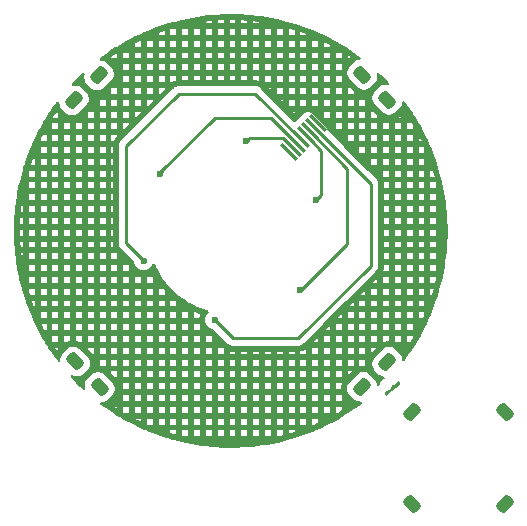
<source format=gbr>
%TF.GenerationSoftware,KiCad,Pcbnew,7.0.2-0*%
%TF.CreationDate,2023-08-13T19:41:18+08:00*%
%TF.ProjectId,Wheel,57686565-6c2e-46b6-9963-61645f706362,rev?*%
%TF.SameCoordinates,Original*%
%TF.FileFunction,Copper,L2,Bot*%
%TF.FilePolarity,Positive*%
%FSLAX46Y46*%
G04 Gerber Fmt 4.6, Leading zero omitted, Abs format (unit mm)*
G04 Created by KiCad (PCBNEW 7.0.2-0) date 2023-08-13 19:41:18*
%MOMM*%
%LPD*%
G01*
G04 APERTURE LIST*
G04 Aperture macros list*
%AMRoundRect*
0 Rectangle with rounded corners*
0 $1 Rounding radius*
0 $2 $3 $4 $5 $6 $7 $8 $9 X,Y pos of 4 corners*
0 Add a 4 corners polygon primitive as box body*
4,1,4,$2,$3,$4,$5,$6,$7,$8,$9,$2,$3,0*
0 Add four circle primitives for the rounded corners*
1,1,$1+$1,$2,$3*
1,1,$1+$1,$4,$5*
1,1,$1+$1,$6,$7*
1,1,$1+$1,$8,$9*
0 Add four rect primitives between the rounded corners*
20,1,$1+$1,$2,$3,$4,$5,0*
20,1,$1+$1,$4,$5,$6,$7,0*
20,1,$1+$1,$6,$7,$8,$9,0*
20,1,$1+$1,$8,$9,$2,$3,0*%
%AMRotRect*
0 Rectangle, with rotation*
0 The origin of the aperture is its center*
0 $1 length*
0 $2 width*
0 $3 Rotation angle, in degrees counterclockwise*
0 Add horizontal line*
21,1,$1,$2,0,0,$3*%
G04 Aperture macros list end*
%TA.AperFunction,SMDPad,CuDef*%
%ADD10RoundRect,0.250000X0.512652X0.159099X0.159099X0.512652X-0.512652X-0.159099X-0.159099X-0.512652X0*%
%TD*%
%TA.AperFunction,SMDPad,CuDef*%
%ADD11RoundRect,0.250000X-0.159099X0.512652X-0.512652X0.159099X0.159099X-0.512652X0.512652X-0.159099X0*%
%TD*%
%TA.AperFunction,SMDPad,CuDef*%
%ADD12RoundRect,0.250000X0.159099X-0.512652X0.512652X-0.159099X-0.159099X0.512652X-0.512652X0.159099X0*%
%TD*%
%TA.AperFunction,SMDPad,CuDef*%
%ADD13RoundRect,0.250000X-0.512652X-0.159099X-0.159099X-0.512652X0.512652X0.159099X0.159099X0.512652X0*%
%TD*%
%TA.AperFunction,SMDPad,CuDef*%
%ADD14RotRect,0.350000X1.800000X45.000000*%
%TD*%
%TA.AperFunction,ViaPad*%
%ADD15C,0.600000*%
%TD*%
%TA.AperFunction,Conductor*%
%ADD16C,0.250000*%
%TD*%
G04 APERTURE END LIST*
D10*
%TO.P,REF\u002A\u002A,1*%
%TO.N,N/C*%
X188089609Y-87130710D03*
%TD*%
D11*
%TO.P,REF\u002A\u002A,1*%
%TO.N,N/C*%
X188160319Y-113505794D03*
%TD*%
D10*
%TO.P,REF\u002A\u002A,1*%
%TO.N,N/C*%
X214627326Y-115605900D03*
%TD*%
D12*
%TO.P,REF\u002A\u002A,1*%
%TO.N,N/C*%
X210363473Y-87059999D03*
%TD*%
%TO.P,REF\u002A\u002A,1*%
%TO.N,N/C*%
X222476212Y-115605900D03*
%TD*%
D13*
%TO.P,REF\u002A\u002A,1*%
%TO.N,N/C*%
X212484792Y-111384473D03*
%TD*%
D12*
%TO.P,REF\u002A\u002A,1*%
%TO.N,N/C*%
X212484793Y-89181319D03*
%TD*%
D13*
%TO.P,REF\u002A\u002A,1*%
%TO.N,N/C*%
X222476212Y-123454786D03*
%TD*%
%TO.P,REF\u002A\u002A,1*%
%TO.N,N/C*%
X210328116Y-113470438D03*
%TD*%
D11*
%TO.P,REF\u002A\u002A,1*%
%TO.N,N/C*%
X186074354Y-111349118D03*
%TD*%
D14*
%TO.P,J1,1,Pin_1*%
%TO.N,unconnected-(J1-Pin_1-Pad1)*%
X204162146Y-93614880D03*
%TO.P,J1,2,Pin_2*%
%TO.N,Net-(J1-Pin_2)*%
X204515699Y-93261326D03*
%TO.P,J1,3,Pin_3*%
%TO.N,Net-(J1-Pin_3)*%
X204869253Y-92907773D03*
%TO.P,J1,4,Pin_4*%
%TO.N,Net-(J1-Pin_4)*%
X205222806Y-92554219D03*
%TO.P,J1,5,Pin_5*%
%TO.N,Net-(J1-Pin_5)*%
X205576359Y-92200666D03*
%TO.P,J1,6,Pin_6*%
%TO.N,Net-(J1-Pin_6)*%
X205929913Y-91847113D03*
%TO.P,J1,7,Pin_7*%
%TO.N,Net-(J1-Pin_7)*%
X206283466Y-91493559D03*
%TO.P,J1,8,Pin_8*%
%TO.N,unconnected-(J1-Pin_8-Pad8)*%
X206637020Y-91140006D03*
%TD*%
D11*
%TO.P,REF\u002A\u002A,1*%
%TO.N,N/C*%
X214627326Y-123454786D03*
%TD*%
D10*
%TO.P,REF\u002A\u002A,1*%
%TO.N,N/C*%
X185968288Y-89252030D03*
%TD*%
D15*
%TO.N,Net-(J1-Pin_2)*%
X200555902Y-92695641D03*
%TO.N,Net-(J1-Pin_3)*%
X193285663Y-95449229D03*
%TO.N,Net-(J1-Pin_4)*%
X191858488Y-102807268D03*
%TO.N,Net-(J1-Pin_5)*%
X206487510Y-97682385D03*
%TO.N,Net-(J1-Pin_6)*%
X205081385Y-105282141D03*
%TO.N,Net-(J1-Pin_7)*%
X197868896Y-107827726D03*
%TD*%
D16*
%TO.N,Net-(J1-Pin_4)*%
X191858488Y-102807268D02*
X190373564Y-101322343D01*
X191858488Y-102807268D02*
X191929199Y-102736557D01*
X190373564Y-93119905D02*
X194828337Y-88665132D01*
X190373564Y-101322343D02*
X190373564Y-93119905D01*
X194828337Y-88665132D02*
X201333719Y-88665132D01*
X201333719Y-88665132D02*
X205222806Y-92554219D01*
%TO.N,Net-(J1-Pin_2)*%
X200555902Y-92695641D02*
X200838744Y-92412798D01*
X200555902Y-92695641D02*
X200697323Y-92695641D01*
X203667171Y-92412798D02*
X204515699Y-93261326D01*
X200838744Y-92412798D02*
X203667171Y-92412798D01*
%TO.N,Net-(J1-Pin_3)*%
X193285663Y-95449229D02*
X193285663Y-95298974D01*
X193285663Y-95449229D02*
X193414123Y-95320769D01*
X193285663Y-95298974D02*
X197868896Y-90715742D01*
X202677222Y-90715742D02*
X204869253Y-92907773D01*
X197868896Y-90715742D02*
X202677222Y-90715742D01*
X193414123Y-95320769D02*
X193414123Y-95311936D01*
%TO.N,Net-(J1-Pin_4)*%
X191929199Y-102736557D02*
X191929199Y-102736557D01*
X191787777Y-102736557D02*
X191787777Y-102736557D01*
%TO.N,Net-(J1-Pin_5)*%
X206487510Y-97682385D02*
X206919863Y-97250032D01*
X206919863Y-97250032D02*
X206919863Y-93544169D01*
X206919863Y-93544169D02*
X205576360Y-92200666D01*
%TO.N,Net-(J1-Pin_6)*%
X209111894Y-101393054D02*
X209111894Y-95029093D01*
X205081385Y-105282141D02*
X205222806Y-105282141D01*
X205222806Y-105282141D02*
X209111894Y-101393054D01*
X209111894Y-95029093D02*
X205929913Y-91847112D01*
%TO.N,Net-(J1-Pin_7)*%
X197868896Y-107827726D02*
X199424531Y-109383361D01*
X211091793Y-103231532D02*
X211091793Y-96301885D01*
X204939964Y-109383361D02*
X211091793Y-103231532D01*
X211091793Y-96301885D02*
X206283466Y-91493559D01*
X199424531Y-109383361D02*
X204939964Y-109383361D01*
%TD*%
%TA.AperFunction,Conductor*%
%TO.N,unconnected-(J1-Pin_8-Pad8)*%
G36*
X199336152Y-81943043D02*
G01*
X199801441Y-81953749D01*
X200178752Y-81966685D01*
X200182844Y-81966896D01*
X200645587Y-81998783D01*
X201023554Y-82029387D01*
X201027584Y-82029782D01*
X201487048Y-82082665D01*
X201864550Y-82130989D01*
X201868497Y-82131560D01*
X202323858Y-82205227D01*
X202700039Y-82271288D01*
X202703813Y-82272014D01*
X203154324Y-82366241D01*
X203528062Y-82449957D01*
X203531779Y-82450853D01*
X203976579Y-82565366D01*
X204346968Y-82666632D01*
X204350583Y-82667681D01*
X204788888Y-82802196D01*
X205155066Y-82920868D01*
X205158442Y-82922019D01*
X205589514Y-83076237D01*
X205950426Y-83212054D01*
X205953757Y-83213364D01*
X206376764Y-83386927D01*
X206731561Y-83539636D01*
X206734744Y-83541061D01*
X207148927Y-83733605D01*
X207329771Y-83821625D01*
X207496709Y-83902877D01*
X207499801Y-83904436D01*
X207632862Y-83973869D01*
X207904317Y-84115520D01*
X208042671Y-84191011D01*
X208244330Y-84301044D01*
X208247249Y-84302688D01*
X208641401Y-84531910D01*
X208972758Y-84733252D01*
X208975445Y-84734933D01*
X209358505Y-84981838D01*
X209680392Y-85198541D01*
X209682999Y-85200345D01*
X210053148Y-85463669D01*
X210055181Y-85465147D01*
X210200752Y-85573317D01*
X210242821Y-85629101D01*
X210248053Y-85698774D01*
X210214786Y-85760216D01*
X210153582Y-85793918D01*
X210126794Y-85796846D01*
X210116651Y-85796846D01*
X209945942Y-85837306D01*
X209789160Y-85916043D01*
X209789158Y-85916044D01*
X209789159Y-85916044D01*
X209709052Y-85981301D01*
X209706828Y-85983524D01*
X209706818Y-85983534D01*
X209287014Y-86403340D01*
X209287004Y-86403350D01*
X209284777Y-86405578D01*
X209282790Y-86408016D01*
X209282781Y-86408027D01*
X209219518Y-86485685D01*
X209140780Y-86642468D01*
X209100320Y-86813177D01*
X209100320Y-86988622D01*
X209140780Y-87159331D01*
X209140780Y-87159332D01*
X209140781Y-87159333D01*
X209219518Y-87316114D01*
X209284775Y-87396222D01*
X210027250Y-88138695D01*
X210107358Y-88203954D01*
X210264139Y-88282691D01*
X210264140Y-88282691D01*
X210264142Y-88282692D01*
X210434849Y-88323152D01*
X210434851Y-88323152D01*
X210610295Y-88323152D01*
X210695649Y-88302921D01*
X210781005Y-88282691D01*
X210937787Y-88203954D01*
X211017894Y-88138697D01*
X211442169Y-87714420D01*
X211507428Y-87634313D01*
X211586165Y-87477531D01*
X211624423Y-87316114D01*
X211626626Y-87306820D01*
X211626626Y-87131376D01*
X211610319Y-87062574D01*
X211604883Y-87039639D01*
X211608575Y-86969869D01*
X211649404Y-86913169D01*
X211714404Y-86887544D01*
X211782941Y-86901129D01*
X211810581Y-86920799D01*
X211996708Y-87096194D01*
X211998751Y-87098164D01*
X212274442Y-87370140D01*
X212276417Y-87372133D01*
X212444311Y-87545527D01*
X212592156Y-87698216D01*
X212594168Y-87700344D01*
X212626691Y-87735560D01*
X212657714Y-87798165D01*
X212649965Y-87867604D01*
X212605904Y-87921830D01*
X212539522Y-87943627D01*
X212506999Y-87940346D01*
X212413417Y-87918166D01*
X212413415Y-87918166D01*
X212237973Y-87918166D01*
X212237971Y-87918166D01*
X212067262Y-87958626D01*
X211910480Y-88037363D01*
X211833623Y-88099973D01*
X211830372Y-88102621D01*
X211828148Y-88104844D01*
X211828138Y-88104854D01*
X211408334Y-88524660D01*
X211408324Y-88524670D01*
X211406097Y-88526898D01*
X211404110Y-88529336D01*
X211404101Y-88529347D01*
X211340838Y-88607005D01*
X211262100Y-88763788D01*
X211221640Y-88934497D01*
X211221640Y-89109942D01*
X211262100Y-89280651D01*
X211262100Y-89280652D01*
X211262101Y-89280653D01*
X211340838Y-89437434D01*
X211406095Y-89517542D01*
X212148570Y-90260015D01*
X212228678Y-90325274D01*
X212385459Y-90404011D01*
X212385460Y-90404011D01*
X212385462Y-90404012D01*
X212556169Y-90444472D01*
X212556171Y-90444472D01*
X212731615Y-90444472D01*
X212816969Y-90424241D01*
X212902325Y-90404011D01*
X213059107Y-90325274D01*
X213139214Y-90260017D01*
X213563489Y-89835740D01*
X213628748Y-89755633D01*
X213707485Y-89598851D01*
X213734459Y-89485042D01*
X213747946Y-89428140D01*
X213747946Y-89416948D01*
X213767631Y-89349909D01*
X213820435Y-89304154D01*
X213889593Y-89294210D01*
X213953149Y-89323235D01*
X213972001Y-89343702D01*
X214043472Y-89441336D01*
X214203490Y-89659933D01*
X214205346Y-89662539D01*
X214426376Y-89981429D01*
X214669762Y-90348014D01*
X214678432Y-90361074D01*
X214680211Y-90363833D01*
X214886016Y-90692408D01*
X215120549Y-91083396D01*
X215122245Y-91086312D01*
X215312351Y-91423756D01*
X215528892Y-91825353D01*
X215530494Y-91828425D01*
X215704490Y-92173925D01*
X215806121Y-92385008D01*
X215902593Y-92585374D01*
X215904089Y-92588599D01*
X216061598Y-92941298D01*
X216240859Y-93361857D01*
X216242239Y-93365231D01*
X216382940Y-93724272D01*
X216542953Y-94153114D01*
X216544206Y-94156633D01*
X216667816Y-94521115D01*
X216808245Y-94957502D01*
X216809361Y-94961162D01*
X216915643Y-95330151D01*
X217036157Y-95773276D01*
X217037125Y-95777072D01*
X217125904Y-96149649D01*
X217226199Y-96598694D01*
X217227009Y-96602618D01*
X217298160Y-96977838D01*
X217377972Y-97432019D01*
X217378615Y-97436066D01*
X217432060Y-97812930D01*
X217491152Y-98271493D01*
X217491617Y-98275656D01*
X217527337Y-98653100D01*
X217565492Y-99115303D01*
X217565770Y-99119573D01*
X217583818Y-99496591D01*
X217600829Y-99961619D01*
X217600912Y-99965987D01*
X217601406Y-100341504D01*
X217597095Y-100808731D01*
X217596973Y-100813189D01*
X217580107Y-101186027D01*
X217554292Y-101654718D01*
X217553959Y-101659256D01*
X217520009Y-102028324D01*
X217472510Y-102497874D01*
X217471957Y-102502482D01*
X217421314Y-102866456D01*
X217351914Y-103336417D01*
X217351133Y-103341082D01*
X217284331Y-103698499D01*
X217192772Y-104168473D01*
X217191758Y-104173185D01*
X217109468Y-104522601D01*
X216995413Y-104992328D01*
X216994160Y-104997076D01*
X216897300Y-105336712D01*
X216760258Y-105806214D01*
X216758760Y-105810985D01*
X216648566Y-106138741D01*
X216487804Y-106608401D01*
X216486057Y-106613182D01*
X216364243Y-106926451D01*
X216178643Y-107397153D01*
X216176642Y-107401932D01*
X216045765Y-107697080D01*
X215833417Y-108170829D01*
X215831159Y-108175593D01*
X215695264Y-108447210D01*
X215452869Y-108927756D01*
X215450351Y-108932491D01*
X215316575Y-109171414D01*
X215037799Y-109666345D01*
X215035019Y-109671036D01*
X214918884Y-109857538D01*
X214589092Y-110385011D01*
X214586050Y-110389643D01*
X214533255Y-110466244D01*
X214110158Y-111078674D01*
X214106825Y-111083271D01*
X213970633Y-111262292D01*
X213914376Y-111303728D01*
X213844648Y-111308172D01*
X213783587Y-111274213D01*
X213750578Y-111212632D01*
X213747945Y-111187214D01*
X213747945Y-111137651D01*
X213707484Y-110966942D01*
X213707484Y-110966941D01*
X213628747Y-110810159D01*
X213563490Y-110730052D01*
X213139213Y-110305777D01*
X213129342Y-110297736D01*
X213098552Y-110272653D01*
X213059106Y-110240518D01*
X212902324Y-110161781D01*
X212902323Y-110161780D01*
X212902322Y-110161780D01*
X212731614Y-110121320D01*
X212731612Y-110121320D01*
X212556170Y-110121320D01*
X212556168Y-110121320D01*
X212385459Y-110161780D01*
X212228678Y-110240517D01*
X212151014Y-110303782D01*
X212150999Y-110303794D01*
X212148569Y-110305775D01*
X212146343Y-110308000D01*
X212146333Y-110308010D01*
X211408340Y-111046005D01*
X211408330Y-111046015D01*
X211406096Y-111048250D01*
X211362067Y-111102298D01*
X211340838Y-111128357D01*
X211262098Y-111285142D01*
X211221639Y-111455849D01*
X211221639Y-111631294D01*
X211262099Y-111802003D01*
X211262099Y-111802004D01*
X211262100Y-111802005D01*
X211340837Y-111958787D01*
X211406094Y-112038894D01*
X211830371Y-112463169D01*
X211910478Y-112528428D01*
X212067260Y-112607165D01*
X212179179Y-112633691D01*
X212239872Y-112668305D01*
X212272215Y-112730238D01*
X212265942Y-112799825D01*
X212223042Y-112854974D01*
X212202095Y-112867142D01*
X212091209Y-112917783D01*
X211982443Y-113012029D01*
X211904632Y-113133106D01*
X211859062Y-113288305D01*
X211854982Y-113287107D01*
X211844400Y-113323145D01*
X211791596Y-113368900D01*
X211757732Y-113378844D01*
X211732916Y-113382412D01*
X211663758Y-113372468D01*
X211610954Y-113326713D01*
X211591269Y-113259674D01*
X211591269Y-113223616D01*
X211554003Y-113066387D01*
X211550808Y-113052906D01*
X211472071Y-112896124D01*
X211406814Y-112816017D01*
X210982537Y-112391742D01*
X210902430Y-112326483D01*
X210745648Y-112247746D01*
X210745647Y-112247745D01*
X210745646Y-112247745D01*
X210574938Y-112207285D01*
X210574936Y-112207285D01*
X210399494Y-112207285D01*
X210399492Y-112207285D01*
X210228783Y-112247745D01*
X210072002Y-112326482D01*
X209994338Y-112389747D01*
X209994323Y-112389759D01*
X209991893Y-112391740D01*
X209989667Y-112393965D01*
X209989657Y-112393975D01*
X209251664Y-113131970D01*
X209251654Y-113131980D01*
X209249420Y-113134215D01*
X209184161Y-113214323D01*
X209144616Y-113293064D01*
X209105422Y-113371107D01*
X209064963Y-113541814D01*
X209064963Y-113717259D01*
X209105423Y-113887968D01*
X209105423Y-113887969D01*
X209105424Y-113887970D01*
X209184161Y-114044752D01*
X209249418Y-114124859D01*
X209673695Y-114549134D01*
X209753802Y-114614393D01*
X209910584Y-114693130D01*
X209967487Y-114706617D01*
X210081294Y-114733591D01*
X210210021Y-114733591D01*
X210277060Y-114753276D01*
X210322815Y-114806080D01*
X210332759Y-114875238D01*
X210303734Y-114938794D01*
X210285696Y-114955822D01*
X210269334Y-114968427D01*
X210109334Y-115091483D01*
X210104853Y-115094773D01*
X209691906Y-115383871D01*
X209411282Y-115579343D01*
X209406816Y-115582313D01*
X209004692Y-115837322D01*
X208691377Y-116034287D01*
X208686944Y-116036947D01*
X208283864Y-116267482D01*
X207951170Y-116455336D01*
X207946791Y-116457695D01*
X207539306Y-116666687D01*
X207192232Y-116841600D01*
X207187925Y-116843668D01*
X206774941Y-117032210D01*
X206416265Y-117192221D01*
X206412045Y-117194010D01*
X205993306Y-117362545D01*
X205624857Y-117506478D01*
X205620744Y-117508001D01*
X205196555Y-117656632D01*
X204819793Y-117783672D01*
X204815800Y-117784944D01*
X204386497Y-117913705D01*
X204002748Y-118023229D01*
X203998889Y-118024263D01*
X203565106Y-118133072D01*
X203175527Y-118224625D01*
X203171815Y-118225438D01*
X202734220Y-118314206D01*
X202339836Y-118387446D01*
X202336283Y-118388053D01*
X201895587Y-118456692D01*
X201497623Y-118511320D01*
X201494241Y-118511737D01*
X201051138Y-118560176D01*
X200650531Y-118596011D01*
X200647329Y-118596256D01*
X200204034Y-118624335D01*
X200201403Y-118624474D01*
X199800519Y-118641327D01*
X199797497Y-118641417D01*
X199353462Y-118649246D01*
X199350633Y-118649263D01*
X198949395Y-118647183D01*
X198946567Y-118647136D01*
X198502694Y-118634705D01*
X198499673Y-118634584D01*
X198098967Y-118613575D01*
X198096338Y-118613409D01*
X197653350Y-118580735D01*
X197650143Y-118580457D01*
X197249956Y-118540473D01*
X197149737Y-118528465D01*
X196807379Y-118487443D01*
X196804033Y-118486996D01*
X196406606Y-118428237D01*
X195966622Y-118355028D01*
X195963077Y-118354385D01*
X195569531Y-118277071D01*
X195132863Y-118183768D01*
X195129160Y-118182917D01*
X194740508Y-118087319D01*
X194495781Y-118023229D01*
X194307866Y-117974016D01*
X194304074Y-117972957D01*
X194061012Y-117900852D01*
X193921427Y-117859443D01*
X193493534Y-117726255D01*
X193489554Y-117724942D01*
X193114108Y-117593995D01*
X192691475Y-117440972D01*
X192687377Y-117439406D01*
X192320402Y-117291645D01*
X192077667Y-117191011D01*
X193470874Y-117191011D01*
X193644170Y-117251447D01*
X193644170Y-117191011D01*
X194142170Y-117191011D01*
X194142170Y-117405485D01*
X194439904Y-117493801D01*
X194644170Y-117547316D01*
X194644170Y-117191011D01*
X195142170Y-117191011D01*
X195142170Y-117673272D01*
X195222415Y-117693011D01*
X195644170Y-117693011D01*
X195644170Y-117191011D01*
X196142170Y-117191011D01*
X196142170Y-117693011D01*
X196644170Y-117693011D01*
X196644170Y-117191011D01*
X197142170Y-117191011D01*
X197142170Y-117693011D01*
X197644170Y-117693011D01*
X197644170Y-117191011D01*
X198142170Y-117191011D01*
X198142170Y-117693011D01*
X198644170Y-117693011D01*
X198644170Y-117191011D01*
X199142170Y-117191011D01*
X199142170Y-117693011D01*
X199644170Y-117693011D01*
X199644170Y-117191011D01*
X200142170Y-117191011D01*
X200142170Y-117693011D01*
X200644170Y-117693011D01*
X200644170Y-117191011D01*
X201142170Y-117191011D01*
X201142170Y-117693011D01*
X201644170Y-117693011D01*
X201644170Y-117191011D01*
X202142170Y-117191011D01*
X202142170Y-117693011D01*
X202644170Y-117693011D01*
X202644170Y-117191011D01*
X203142170Y-117191011D01*
X203142170Y-117693011D01*
X203260924Y-117693011D01*
X203445757Y-117649595D01*
X203644170Y-117599815D01*
X203644170Y-117191011D01*
X204142170Y-117191011D01*
X204142170Y-117465576D01*
X204245030Y-117436229D01*
X204644170Y-117316502D01*
X204644170Y-117191011D01*
X204142170Y-117191011D01*
X203644170Y-117191011D01*
X203142170Y-117191011D01*
X202644170Y-117191011D01*
X202142170Y-117191011D01*
X201644170Y-117191011D01*
X201142170Y-117191011D01*
X200644170Y-117191011D01*
X200142170Y-117191011D01*
X199644170Y-117191011D01*
X199142170Y-117191011D01*
X198644170Y-117191011D01*
X198142170Y-117191011D01*
X197644170Y-117191011D01*
X197142170Y-117191011D01*
X196644170Y-117191011D01*
X196142170Y-117191011D01*
X195644170Y-117191011D01*
X195142170Y-117191011D01*
X194644170Y-117191011D01*
X194142170Y-117191011D01*
X193644170Y-117191011D01*
X193470874Y-117191011D01*
X192077667Y-117191011D01*
X191903510Y-117118808D01*
X191899311Y-117116976D01*
X191542239Y-116953222D01*
X191131264Y-116760424D01*
X191126978Y-116758312D01*
X190781824Y-116579854D01*
X190376444Y-116366605D01*
X190372089Y-116364201D01*
X190072661Y-116191011D01*
X191142170Y-116191011D01*
X191142170Y-116205539D01*
X191349317Y-116312643D01*
X191644170Y-116450975D01*
X191644170Y-116191011D01*
X192142170Y-116191011D01*
X192142170Y-116678653D01*
X192176798Y-116693011D01*
X192644170Y-116693011D01*
X192644170Y-116191011D01*
X193142170Y-116191011D01*
X193142170Y-116693011D01*
X193644170Y-116693011D01*
X193644170Y-116191011D01*
X194142170Y-116191011D01*
X194142170Y-116693011D01*
X194644170Y-116693011D01*
X194644170Y-116191011D01*
X195142170Y-116191011D01*
X195142170Y-116693011D01*
X195644170Y-116693011D01*
X195644170Y-116191011D01*
X196142170Y-116191011D01*
X196142170Y-116693011D01*
X196644170Y-116693011D01*
X196644170Y-116191011D01*
X197142170Y-116191011D01*
X197142170Y-116693011D01*
X197644170Y-116693011D01*
X197644170Y-116191011D01*
X198142170Y-116191011D01*
X198142170Y-116693011D01*
X198644170Y-116693011D01*
X198644170Y-116191011D01*
X199142170Y-116191011D01*
X199142170Y-116693011D01*
X199644170Y-116693011D01*
X199644170Y-116191011D01*
X200142170Y-116191011D01*
X200142170Y-116693011D01*
X200644170Y-116693011D01*
X200644170Y-116191011D01*
X201142170Y-116191011D01*
X201142170Y-116693011D01*
X201644170Y-116693011D01*
X201644170Y-116191011D01*
X202142170Y-116191011D01*
X202142170Y-116693011D01*
X202644170Y-116693011D01*
X202644170Y-116191011D01*
X203142170Y-116191011D01*
X203142170Y-116693011D01*
X203644170Y-116693011D01*
X203644170Y-116191011D01*
X204142170Y-116191011D01*
X204142170Y-116693011D01*
X204644170Y-116693011D01*
X204644170Y-116191011D01*
X205142170Y-116191011D01*
X205142170Y-116693011D01*
X205644170Y-116693011D01*
X205644170Y-116191011D01*
X206142170Y-116191011D01*
X206142170Y-116693011D01*
X206312940Y-116693011D01*
X206569102Y-116578744D01*
X206644170Y-116544469D01*
X206644170Y-116191011D01*
X207142170Y-116191011D01*
X207142170Y-116309167D01*
X207312824Y-116223169D01*
X207375523Y-116191011D01*
X207142170Y-116191011D01*
X206644170Y-116191011D01*
X206142170Y-116191011D01*
X205644170Y-116191011D01*
X205142170Y-116191011D01*
X204644170Y-116191011D01*
X204142170Y-116191011D01*
X203644170Y-116191011D01*
X203142170Y-116191011D01*
X202644170Y-116191011D01*
X202142170Y-116191011D01*
X201644170Y-116191011D01*
X201142170Y-116191011D01*
X200644170Y-116191011D01*
X200142170Y-116191011D01*
X199644170Y-116191011D01*
X199142170Y-116191011D01*
X198644170Y-116191011D01*
X198142170Y-116191011D01*
X197644170Y-116191011D01*
X197142170Y-116191011D01*
X196644170Y-116191011D01*
X196142170Y-116191011D01*
X195644170Y-116191011D01*
X195142170Y-116191011D01*
X194644170Y-116191011D01*
X194142170Y-116191011D01*
X193644170Y-116191011D01*
X193142170Y-116191011D01*
X192644170Y-116191011D01*
X192142170Y-116191011D01*
X191644170Y-116191011D01*
X191142170Y-116191011D01*
X190072661Y-116191011D01*
X190041454Y-116172961D01*
X189640702Y-115938209D01*
X189636297Y-115935505D01*
X189325002Y-115735277D01*
X189200977Y-115654811D01*
X188925574Y-115476132D01*
X188921138Y-115473116D01*
X188642448Y-115274667D01*
X188525552Y-115191011D01*
X189401085Y-115191011D01*
X189594817Y-115316704D01*
X189644170Y-115348447D01*
X189644170Y-115191011D01*
X190142170Y-115191011D01*
X190142170Y-115654811D01*
X190207380Y-115693011D01*
X190644170Y-115693011D01*
X190644170Y-115191011D01*
X191142170Y-115191011D01*
X191142170Y-115693011D01*
X191644170Y-115693011D01*
X191644170Y-115191011D01*
X192142170Y-115191011D01*
X192142170Y-115693011D01*
X192644170Y-115693011D01*
X192644170Y-115191011D01*
X193142170Y-115191011D01*
X193142170Y-115693011D01*
X193644170Y-115693011D01*
X193644170Y-115191011D01*
X194142170Y-115191011D01*
X194142170Y-115693011D01*
X194644170Y-115693011D01*
X194644170Y-115191011D01*
X195142170Y-115191011D01*
X195142170Y-115693011D01*
X195644170Y-115693011D01*
X195644170Y-115191011D01*
X196142170Y-115191011D01*
X196142170Y-115693011D01*
X196644170Y-115693011D01*
X196644170Y-115191011D01*
X197142170Y-115191011D01*
X197142170Y-115693011D01*
X197644170Y-115693011D01*
X197644170Y-115191011D01*
X198142170Y-115191011D01*
X198142170Y-115693011D01*
X198644170Y-115693011D01*
X198644170Y-115191011D01*
X199142170Y-115191011D01*
X199142170Y-115693011D01*
X199644170Y-115693011D01*
X199644170Y-115191011D01*
X200142170Y-115191011D01*
X200142170Y-115693011D01*
X200644170Y-115693011D01*
X200644170Y-115191011D01*
X201142170Y-115191011D01*
X201142170Y-115693011D01*
X201644170Y-115693011D01*
X201644170Y-115191011D01*
X202142170Y-115191011D01*
X202142170Y-115693011D01*
X202644170Y-115693011D01*
X202644170Y-115191011D01*
X203142170Y-115191011D01*
X203142170Y-115693011D01*
X203644170Y-115693011D01*
X203644170Y-115191011D01*
X204142170Y-115191011D01*
X204142170Y-115693011D01*
X204644170Y-115693011D01*
X204644170Y-115191011D01*
X205142170Y-115191011D01*
X205142170Y-115693011D01*
X205644170Y-115693011D01*
X205644170Y-115191011D01*
X206142170Y-115191011D01*
X206142170Y-115693011D01*
X206644170Y-115693011D01*
X206644170Y-115191011D01*
X207142170Y-115191011D01*
X207142170Y-115693011D01*
X207644170Y-115693011D01*
X207644170Y-115191011D01*
X208142170Y-115191011D01*
X208142170Y-115693011D01*
X208285215Y-115693011D01*
X208432943Y-115608520D01*
X208644170Y-115475734D01*
X208644170Y-115191011D01*
X208142170Y-115191011D01*
X207644170Y-115191011D01*
X207142170Y-115191011D01*
X206644170Y-115191011D01*
X206142170Y-115191011D01*
X205644170Y-115191011D01*
X205142170Y-115191011D01*
X204644170Y-115191011D01*
X204142170Y-115191011D01*
X203644170Y-115191011D01*
X203142170Y-115191011D01*
X202644170Y-115191011D01*
X202142170Y-115191011D01*
X201644170Y-115191011D01*
X201142170Y-115191011D01*
X200644170Y-115191011D01*
X200142170Y-115191011D01*
X199644170Y-115191011D01*
X199142170Y-115191011D01*
X198644170Y-115191011D01*
X198142170Y-115191011D01*
X197644170Y-115191011D01*
X197142170Y-115191011D01*
X196644170Y-115191011D01*
X196142170Y-115191011D01*
X195644170Y-115191011D01*
X195142170Y-115191011D01*
X194644170Y-115191011D01*
X194142170Y-115191011D01*
X193644170Y-115191011D01*
X193142170Y-115191011D01*
X192644170Y-115191011D01*
X192142170Y-115191011D01*
X191644170Y-115191011D01*
X191142170Y-115191011D01*
X190644170Y-115191011D01*
X190142170Y-115191011D01*
X189644170Y-115191011D01*
X189401085Y-115191011D01*
X188525552Y-115191011D01*
X188249958Y-114993783D01*
X188206897Y-114938763D01*
X188200419Y-114869194D01*
X188232581Y-114807167D01*
X188293172Y-114772374D01*
X188322123Y-114768947D01*
X188407141Y-114768947D01*
X188492494Y-114748716D01*
X188577851Y-114728486D01*
X188648489Y-114693011D01*
X189410497Y-114693011D01*
X189644170Y-114693011D01*
X189644170Y-114451357D01*
X189625114Y-114474749D01*
X189623093Y-114477166D01*
X189614803Y-114486830D01*
X189612712Y-114489206D01*
X189604256Y-114498569D01*
X189602108Y-114500887D01*
X189593350Y-114510101D01*
X189591154Y-114512353D01*
X189410497Y-114693011D01*
X188648489Y-114693011D01*
X188734633Y-114649749D01*
X188814740Y-114584492D01*
X189208219Y-114191011D01*
X190142170Y-114191011D01*
X190142170Y-114693011D01*
X190644170Y-114693011D01*
X190644170Y-114191011D01*
X191142170Y-114191011D01*
X191142170Y-114693011D01*
X191644170Y-114693011D01*
X191644170Y-114191011D01*
X192142170Y-114191011D01*
X192142170Y-114693011D01*
X192644170Y-114693011D01*
X192644170Y-114191011D01*
X193142170Y-114191011D01*
X193142170Y-114693011D01*
X193644170Y-114693011D01*
X193644170Y-114191011D01*
X194142170Y-114191011D01*
X194142170Y-114693011D01*
X194644170Y-114693011D01*
X194644170Y-114191011D01*
X195142170Y-114191011D01*
X195142170Y-114693011D01*
X195644170Y-114693011D01*
X195644170Y-114191011D01*
X196142170Y-114191011D01*
X196142170Y-114693011D01*
X196644170Y-114693011D01*
X196644170Y-114191011D01*
X197142170Y-114191011D01*
X197142170Y-114693011D01*
X197644170Y-114693011D01*
X197644170Y-114191011D01*
X198142170Y-114191011D01*
X198142170Y-114693011D01*
X198644170Y-114693011D01*
X198644170Y-114191011D01*
X199142170Y-114191011D01*
X199142170Y-114693011D01*
X199644170Y-114693011D01*
X199644170Y-114191011D01*
X200142170Y-114191011D01*
X200142170Y-114693011D01*
X200644170Y-114693011D01*
X200644170Y-114191011D01*
X201142170Y-114191011D01*
X201142170Y-114693011D01*
X201644170Y-114693011D01*
X201644170Y-114191011D01*
X202142170Y-114191011D01*
X202142170Y-114693011D01*
X202644170Y-114693011D01*
X202644170Y-114191011D01*
X203142170Y-114191011D01*
X203142170Y-114693011D01*
X203644170Y-114693011D01*
X203644170Y-114191011D01*
X204142170Y-114191011D01*
X204142170Y-114693011D01*
X204644170Y-114693011D01*
X204644170Y-114191011D01*
X205142170Y-114191011D01*
X205142170Y-114693011D01*
X205644170Y-114693011D01*
X205644170Y-114191011D01*
X206142170Y-114191011D01*
X206142170Y-114693011D01*
X206644170Y-114693011D01*
X206644170Y-114191011D01*
X207142170Y-114191011D01*
X207142170Y-114693011D01*
X207644170Y-114693011D01*
X207644170Y-114191011D01*
X208142170Y-114191011D01*
X208142170Y-114693011D01*
X208644170Y-114693011D01*
X208644170Y-114191011D01*
X208142170Y-114191011D01*
X207644170Y-114191011D01*
X207142170Y-114191011D01*
X206644170Y-114191011D01*
X206142170Y-114191011D01*
X205644170Y-114191011D01*
X205142170Y-114191011D01*
X204644170Y-114191011D01*
X204142170Y-114191011D01*
X203644170Y-114191011D01*
X203142170Y-114191011D01*
X202644170Y-114191011D01*
X202142170Y-114191011D01*
X201644170Y-114191011D01*
X201142170Y-114191011D01*
X200644170Y-114191011D01*
X200142170Y-114191011D01*
X199644170Y-114191011D01*
X199142170Y-114191011D01*
X198644170Y-114191011D01*
X198142170Y-114191011D01*
X197644170Y-114191011D01*
X197142170Y-114191011D01*
X196644170Y-114191011D01*
X196142170Y-114191011D01*
X195644170Y-114191011D01*
X195142170Y-114191011D01*
X194644170Y-114191011D01*
X194142170Y-114191011D01*
X193644170Y-114191011D01*
X193142170Y-114191011D01*
X192644170Y-114191011D01*
X192142170Y-114191011D01*
X191644170Y-114191011D01*
X191142170Y-114191011D01*
X190644170Y-114191011D01*
X190142170Y-114191011D01*
X189208219Y-114191011D01*
X189239015Y-114160215D01*
X189304274Y-114080108D01*
X189383011Y-113923326D01*
X189423472Y-113752614D01*
X189423472Y-113577172D01*
X189422008Y-113570996D01*
X189386827Y-113422559D01*
X189383011Y-113406460D01*
X189304274Y-113249679D01*
X189256482Y-113191011D01*
X190142170Y-113191011D01*
X190142170Y-113693011D01*
X190644170Y-113693011D01*
X190644170Y-113191011D01*
X191142170Y-113191011D01*
X191142170Y-113693011D01*
X191644170Y-113693011D01*
X191644170Y-113191011D01*
X192142170Y-113191011D01*
X192142170Y-113693011D01*
X192644170Y-113693011D01*
X192644170Y-113191011D01*
X193142170Y-113191011D01*
X193142170Y-113693011D01*
X193644170Y-113693011D01*
X193644170Y-113191011D01*
X194142170Y-113191011D01*
X194142170Y-113693011D01*
X194644170Y-113693011D01*
X194644170Y-113191011D01*
X195142170Y-113191011D01*
X195142170Y-113693011D01*
X195644170Y-113693011D01*
X195644170Y-113191011D01*
X196142170Y-113191011D01*
X196142170Y-113693011D01*
X196644170Y-113693011D01*
X196644170Y-113191011D01*
X197142170Y-113191011D01*
X197142170Y-113693011D01*
X197644170Y-113693011D01*
X197644170Y-113191011D01*
X198142170Y-113191011D01*
X198142170Y-113693011D01*
X198644170Y-113693011D01*
X198644170Y-113191011D01*
X199142170Y-113191011D01*
X199142170Y-113693011D01*
X199644170Y-113693011D01*
X199644170Y-113191011D01*
X200142170Y-113191011D01*
X200142170Y-113693011D01*
X200644170Y-113693011D01*
X200644170Y-113191011D01*
X201142170Y-113191011D01*
X201142170Y-113693011D01*
X201644170Y-113693011D01*
X201644170Y-113191011D01*
X202142170Y-113191011D01*
X202142170Y-113693011D01*
X202644170Y-113693011D01*
X202644170Y-113191011D01*
X203142170Y-113191011D01*
X203142170Y-113693011D01*
X203644170Y-113693011D01*
X203644170Y-113191011D01*
X204142170Y-113191011D01*
X204142170Y-113693011D01*
X204644170Y-113693011D01*
X204644170Y-113191011D01*
X205142170Y-113191011D01*
X205142170Y-113693011D01*
X205644170Y-113693011D01*
X205644170Y-113191011D01*
X206142170Y-113191011D01*
X206142170Y-113693011D01*
X206644170Y-113693011D01*
X206644170Y-113191011D01*
X207142170Y-113191011D01*
X207142170Y-113693011D01*
X207644170Y-113693011D01*
X207644170Y-113191011D01*
X208142170Y-113191011D01*
X208142170Y-113693011D01*
X208566963Y-113693011D01*
X208566963Y-113498100D01*
X208570306Y-113469503D01*
X208630930Y-113213720D01*
X208639195Y-113191011D01*
X208142170Y-113191011D01*
X207644170Y-113191011D01*
X207142170Y-113191011D01*
X206644170Y-113191011D01*
X206142170Y-113191011D01*
X205644170Y-113191011D01*
X205142170Y-113191011D01*
X204644170Y-113191011D01*
X204142170Y-113191011D01*
X203644170Y-113191011D01*
X203142170Y-113191011D01*
X202644170Y-113191011D01*
X202142170Y-113191011D01*
X201644170Y-113191011D01*
X201142170Y-113191011D01*
X200644170Y-113191011D01*
X200142170Y-113191011D01*
X199644170Y-113191011D01*
X199142170Y-113191011D01*
X198644170Y-113191011D01*
X198142170Y-113191011D01*
X197644170Y-113191011D01*
X197142170Y-113191011D01*
X196644170Y-113191011D01*
X196142170Y-113191011D01*
X195644170Y-113191011D01*
X195142170Y-113191011D01*
X194644170Y-113191011D01*
X194142170Y-113191011D01*
X193644170Y-113191011D01*
X193142170Y-113191011D01*
X192644170Y-113191011D01*
X192142170Y-113191011D01*
X191644170Y-113191011D01*
X191142170Y-113191011D01*
X190644170Y-113191011D01*
X190142170Y-113191011D01*
X189256482Y-113191011D01*
X189239017Y-113169571D01*
X188496542Y-112427098D01*
X188416434Y-112361839D01*
X188259653Y-112283102D01*
X188259652Y-112283101D01*
X188259649Y-112283100D01*
X188088943Y-112242641D01*
X188088941Y-112242641D01*
X187913499Y-112242641D01*
X187913497Y-112242641D01*
X187742788Y-112283101D01*
X187586006Y-112361838D01*
X187508346Y-112425102D01*
X187505898Y-112427096D01*
X187503674Y-112429319D01*
X187503664Y-112429329D01*
X187083860Y-112849135D01*
X187083850Y-112849145D01*
X187081623Y-112851373D01*
X187079636Y-112853811D01*
X187079627Y-112853822D01*
X187016364Y-112931480D01*
X186937626Y-113088263D01*
X186897166Y-113258972D01*
X186897166Y-113434417D01*
X186936509Y-113600413D01*
X186932816Y-113670185D01*
X186891988Y-113726884D01*
X186826987Y-113752509D01*
X186758451Y-113738924D01*
X186730885Y-113719316D01*
X186495919Y-113498100D01*
X186474733Y-113478153D01*
X186472456Y-113475954D01*
X186244499Y-113250081D01*
X186134138Y-113136665D01*
X185946588Y-112943922D01*
X185738356Y-112721964D01*
X185706850Y-112659605D01*
X185714059Y-112590109D01*
X185757697Y-112535542D01*
X185823908Y-112513229D01*
X185884445Y-112526322D01*
X185975019Y-112571810D01*
X185975020Y-112571810D01*
X186145730Y-112612271D01*
X186145732Y-112612271D01*
X186321176Y-112612271D01*
X186414679Y-112590109D01*
X186491886Y-112571810D01*
X186648668Y-112493073D01*
X186728775Y-112427816D01*
X186965579Y-112191011D01*
X189142170Y-112191011D01*
X189142170Y-112368447D01*
X189466734Y-112693011D01*
X189644170Y-112693011D01*
X189644170Y-112191011D01*
X190142170Y-112191011D01*
X190142170Y-112693011D01*
X190644170Y-112693011D01*
X190644170Y-112191011D01*
X191142170Y-112191011D01*
X191142170Y-112693011D01*
X191644170Y-112693011D01*
X191644170Y-112191011D01*
X192142170Y-112191011D01*
X192142170Y-112693011D01*
X192644170Y-112693011D01*
X192644170Y-112191011D01*
X193142170Y-112191011D01*
X193142170Y-112693011D01*
X193644170Y-112693011D01*
X193644170Y-112191011D01*
X194142170Y-112191011D01*
X194142170Y-112693011D01*
X194644170Y-112693011D01*
X194644170Y-112191011D01*
X195142170Y-112191011D01*
X195142170Y-112693011D01*
X195644170Y-112693011D01*
X195644170Y-112191011D01*
X196142170Y-112191011D01*
X196142170Y-112693011D01*
X196644170Y-112693011D01*
X196644170Y-112191011D01*
X197142170Y-112191011D01*
X197142170Y-112693011D01*
X197644170Y-112693011D01*
X197644170Y-112191011D01*
X198142170Y-112191011D01*
X198142170Y-112693011D01*
X198644170Y-112693011D01*
X198644170Y-112191011D01*
X199142170Y-112191011D01*
X199142170Y-112693011D01*
X199644170Y-112693011D01*
X199644170Y-112191011D01*
X200142170Y-112191011D01*
X200142170Y-112693011D01*
X200644170Y-112693011D01*
X200644170Y-112191011D01*
X201142170Y-112191011D01*
X201142170Y-112693011D01*
X201644170Y-112693011D01*
X201644170Y-112191011D01*
X202142170Y-112191011D01*
X202142170Y-112693011D01*
X202644170Y-112693011D01*
X202644170Y-112191011D01*
X203142170Y-112191011D01*
X203142170Y-112693011D01*
X203644170Y-112693011D01*
X203644170Y-112191011D01*
X204142170Y-112191011D01*
X204142170Y-112693011D01*
X204644170Y-112693011D01*
X204644170Y-112191011D01*
X205142170Y-112191011D01*
X205142170Y-112693011D01*
X205644170Y-112693011D01*
X205644170Y-112191011D01*
X206142170Y-112191011D01*
X206142170Y-112693011D01*
X206644170Y-112693011D01*
X206644170Y-112191011D01*
X207142170Y-112191011D01*
X207142170Y-112693011D01*
X207644170Y-112693011D01*
X207644170Y-112191011D01*
X208142170Y-112191011D01*
X208142170Y-112693011D01*
X208644170Y-112693011D01*
X208644170Y-112191011D01*
X209142170Y-112191011D01*
X209142170Y-112537187D01*
X209488345Y-112191011D01*
X209142170Y-112191011D01*
X208644170Y-112191011D01*
X208142170Y-112191011D01*
X207644170Y-112191011D01*
X207142170Y-112191011D01*
X206644170Y-112191011D01*
X206142170Y-112191011D01*
X205644170Y-112191011D01*
X205142170Y-112191011D01*
X204644170Y-112191011D01*
X204142170Y-112191011D01*
X203644170Y-112191011D01*
X203142170Y-112191011D01*
X202644170Y-112191011D01*
X202142170Y-112191011D01*
X201644170Y-112191011D01*
X201142170Y-112191011D01*
X200644170Y-112191011D01*
X200142170Y-112191011D01*
X199644170Y-112191011D01*
X199142170Y-112191011D01*
X198644170Y-112191011D01*
X198142170Y-112191011D01*
X197644170Y-112191011D01*
X197142170Y-112191011D01*
X196644170Y-112191011D01*
X196142170Y-112191011D01*
X195644170Y-112191011D01*
X195142170Y-112191011D01*
X194644170Y-112191011D01*
X194142170Y-112191011D01*
X193644170Y-112191011D01*
X193142170Y-112191011D01*
X192644170Y-112191011D01*
X192142170Y-112191011D01*
X191644170Y-112191011D01*
X191142170Y-112191011D01*
X190644170Y-112191011D01*
X190142170Y-112191011D01*
X189644170Y-112191011D01*
X189142170Y-112191011D01*
X186965579Y-112191011D01*
X187153050Y-112003539D01*
X187218309Y-111923432D01*
X187297046Y-111766650D01*
X187337507Y-111595938D01*
X187337507Y-111420496D01*
X187322334Y-111356480D01*
X187300123Y-111262767D01*
X187297046Y-111249784D01*
X187267530Y-111191011D01*
X188142170Y-111191011D01*
X188142170Y-111693011D01*
X188644170Y-111693011D01*
X188644170Y-111191011D01*
X189142170Y-111191011D01*
X189142170Y-111693011D01*
X189644170Y-111693011D01*
X189644170Y-111191011D01*
X190142170Y-111191011D01*
X190142170Y-111693011D01*
X190644170Y-111693011D01*
X190644170Y-111191011D01*
X191142170Y-111191011D01*
X191142170Y-111693011D01*
X191644170Y-111693011D01*
X191644170Y-111191011D01*
X192142170Y-111191011D01*
X192142170Y-111693011D01*
X192644170Y-111693011D01*
X192644170Y-111191011D01*
X193142170Y-111191011D01*
X193142170Y-111693011D01*
X193644170Y-111693011D01*
X193644170Y-111191011D01*
X194142170Y-111191011D01*
X194142170Y-111693011D01*
X194644170Y-111693011D01*
X194644170Y-111191011D01*
X195142170Y-111191011D01*
X195142170Y-111693011D01*
X195644170Y-111693011D01*
X195644170Y-111191011D01*
X196142170Y-111191011D01*
X196142170Y-111693011D01*
X196644170Y-111693011D01*
X196644170Y-111191011D01*
X197142170Y-111191011D01*
X197142170Y-111693011D01*
X197644170Y-111693011D01*
X197644170Y-111191011D01*
X198142170Y-111191011D01*
X198142170Y-111693011D01*
X198644170Y-111693011D01*
X198644170Y-111191011D01*
X199142170Y-111191011D01*
X199142170Y-111693011D01*
X199644170Y-111693011D01*
X199644170Y-111191011D01*
X200142170Y-111191011D01*
X200142170Y-111693011D01*
X200644170Y-111693011D01*
X200644170Y-111191011D01*
X201142170Y-111191011D01*
X201142170Y-111693011D01*
X201644170Y-111693011D01*
X201644170Y-111191011D01*
X202142170Y-111191011D01*
X202142170Y-111693011D01*
X202644170Y-111693011D01*
X202644170Y-111191011D01*
X203142170Y-111191011D01*
X203142170Y-111693011D01*
X203644170Y-111693011D01*
X203644170Y-111191011D01*
X204142170Y-111191011D01*
X204142170Y-111693011D01*
X204644170Y-111693011D01*
X204644170Y-111191011D01*
X205142170Y-111191011D01*
X205142170Y-111693011D01*
X205644170Y-111693011D01*
X205644170Y-111191011D01*
X206142170Y-111191011D01*
X206142170Y-111693011D01*
X206644170Y-111693011D01*
X206644170Y-111191011D01*
X207142170Y-111191011D01*
X207142170Y-111693011D01*
X207644170Y-111693011D01*
X207644170Y-111191011D01*
X208142170Y-111191011D01*
X208142170Y-111693011D01*
X208644170Y-111693011D01*
X208644170Y-111191011D01*
X209142170Y-111191011D01*
X209142170Y-111693011D01*
X209644170Y-111693011D01*
X209644170Y-111191011D01*
X210142170Y-111191011D01*
X210142170Y-111693011D01*
X210644170Y-111693011D01*
X210644170Y-111191011D01*
X210142170Y-111191011D01*
X209644170Y-111191011D01*
X209142170Y-111191011D01*
X208644170Y-111191011D01*
X208142170Y-111191011D01*
X207644170Y-111191011D01*
X207142170Y-111191011D01*
X206644170Y-111191011D01*
X206142170Y-111191011D01*
X205644170Y-111191011D01*
X205142170Y-111191011D01*
X204644170Y-111191011D01*
X204142170Y-111191011D01*
X203644170Y-111191011D01*
X203142170Y-111191011D01*
X202644170Y-111191011D01*
X202142170Y-111191011D01*
X201644170Y-111191011D01*
X201142170Y-111191011D01*
X200644170Y-111191011D01*
X200142170Y-111191011D01*
X199644170Y-111191011D01*
X199142170Y-111191011D01*
X198644170Y-111191011D01*
X198142170Y-111191011D01*
X197644170Y-111191011D01*
X197142170Y-111191011D01*
X196644170Y-111191011D01*
X196142170Y-111191011D01*
X195644170Y-111191011D01*
X195142170Y-111191011D01*
X194644170Y-111191011D01*
X194142170Y-111191011D01*
X193644170Y-111191011D01*
X193142170Y-111191011D01*
X192644170Y-111191011D01*
X192142170Y-111191011D01*
X191644170Y-111191011D01*
X191142170Y-111191011D01*
X190644170Y-111191011D01*
X190142170Y-111191011D01*
X189644170Y-111191011D01*
X189142170Y-111191011D01*
X188644170Y-111191011D01*
X188142170Y-111191011D01*
X187267530Y-111191011D01*
X187218309Y-111093003D01*
X187153052Y-111012895D01*
X186437891Y-110297736D01*
X187142169Y-110297736D01*
X187505190Y-110660756D01*
X187507386Y-110663008D01*
X187516143Y-110672221D01*
X187518290Y-110674538D01*
X187526748Y-110683903D01*
X187528837Y-110686276D01*
X187534615Y-110693011D01*
X187644170Y-110693011D01*
X187644170Y-110191011D01*
X188142170Y-110191011D01*
X188142170Y-110693011D01*
X188644170Y-110693011D01*
X188644170Y-110191011D01*
X189142170Y-110191011D01*
X189142170Y-110693011D01*
X189644170Y-110693011D01*
X189644170Y-110191011D01*
X190142170Y-110191011D01*
X190142170Y-110693011D01*
X190644170Y-110693011D01*
X190644170Y-110191011D01*
X191142170Y-110191011D01*
X191142170Y-110693011D01*
X191644170Y-110693011D01*
X191644170Y-110191011D01*
X192142170Y-110191011D01*
X192142170Y-110693011D01*
X192644170Y-110693011D01*
X192644170Y-110191011D01*
X193142170Y-110191011D01*
X193142170Y-110693011D01*
X193644170Y-110693011D01*
X193644170Y-110191011D01*
X194142170Y-110191011D01*
X194142170Y-110693011D01*
X194644170Y-110693011D01*
X194644170Y-110191011D01*
X195142170Y-110191011D01*
X195142170Y-110693011D01*
X195644170Y-110693011D01*
X195644170Y-110191011D01*
X196142170Y-110191011D01*
X196142170Y-110693011D01*
X196644170Y-110693011D01*
X196644170Y-110191011D01*
X197142170Y-110191011D01*
X197142170Y-110693011D01*
X197644170Y-110693011D01*
X197644170Y-110191011D01*
X198142170Y-110191011D01*
X198142170Y-110693011D01*
X198644170Y-110693011D01*
X198644170Y-110476144D01*
X199142169Y-110476144D01*
X199142170Y-110693011D01*
X199644170Y-110693011D01*
X199644170Y-110506861D01*
X200142170Y-110506861D01*
X200142170Y-110693011D01*
X200644170Y-110693011D01*
X200644170Y-110506861D01*
X201142170Y-110506861D01*
X201142170Y-110693011D01*
X201644170Y-110693011D01*
X201644170Y-110506861D01*
X202142170Y-110506861D01*
X202142170Y-110693011D01*
X202644170Y-110693011D01*
X202644170Y-110506861D01*
X203142170Y-110506861D01*
X203142170Y-110693011D01*
X203644170Y-110693011D01*
X203644170Y-110506861D01*
X204142170Y-110506861D01*
X204142170Y-110693011D01*
X204644170Y-110693011D01*
X205142170Y-110693011D01*
X205644170Y-110693011D01*
X205644170Y-110267811D01*
X205620556Y-110286130D01*
X205557472Y-110323434D01*
X205498195Y-110366506D01*
X205470950Y-110381485D01*
X205435758Y-110395416D01*
X205403197Y-110414676D01*
X205374664Y-110427024D01*
X205304290Y-110447467D01*
X205236151Y-110474448D01*
X205206036Y-110482180D01*
X205168493Y-110486920D01*
X205142170Y-110494570D01*
X205142170Y-110693011D01*
X204644170Y-110693011D01*
X204644170Y-110506861D01*
X204142170Y-110506861D01*
X203644170Y-110506861D01*
X203142170Y-110506861D01*
X202644170Y-110506861D01*
X202142170Y-110506861D01*
X201644170Y-110506861D01*
X201142170Y-110506861D01*
X200644170Y-110506861D01*
X200142170Y-110506861D01*
X199644170Y-110506861D01*
X199477519Y-110506861D01*
X199404554Y-110513758D01*
X199373486Y-110512781D01*
X199336111Y-110506861D01*
X199298263Y-110506861D01*
X199267424Y-110502965D01*
X199196449Y-110484740D01*
X199142169Y-110476144D01*
X198644170Y-110476144D01*
X198644170Y-110191869D01*
X198643312Y-110191011D01*
X206142170Y-110191011D01*
X206142170Y-110693011D01*
X206644170Y-110693011D01*
X206644170Y-110191011D01*
X207142170Y-110191011D01*
X207142170Y-110693011D01*
X207644170Y-110693011D01*
X207644170Y-110191011D01*
X208142170Y-110191011D01*
X208142170Y-110693011D01*
X208644170Y-110693011D01*
X208644170Y-110191011D01*
X209142170Y-110191011D01*
X209142170Y-110693011D01*
X209644170Y-110693011D01*
X209644170Y-110191011D01*
X210142170Y-110191011D01*
X210142170Y-110693011D01*
X210644170Y-110693011D01*
X210644170Y-110191011D01*
X211142170Y-110191011D01*
X211142170Y-110607898D01*
X211559056Y-110191011D01*
X211142170Y-110191011D01*
X210644170Y-110191011D01*
X210142170Y-110191011D01*
X209644170Y-110191011D01*
X209142170Y-110191011D01*
X208644170Y-110191011D01*
X208142170Y-110191011D01*
X207644170Y-110191011D01*
X207142170Y-110191011D01*
X206644170Y-110191011D01*
X206142170Y-110191011D01*
X198643312Y-110191011D01*
X198142170Y-110191011D01*
X197644170Y-110191011D01*
X197142170Y-110191011D01*
X196644170Y-110191011D01*
X196142170Y-110191011D01*
X195644170Y-110191011D01*
X195142170Y-110191011D01*
X194644170Y-110191011D01*
X194142170Y-110191011D01*
X193644170Y-110191011D01*
X193142170Y-110191011D01*
X192644170Y-110191011D01*
X192142170Y-110191011D01*
X191644170Y-110191011D01*
X191142170Y-110191011D01*
X190644170Y-110191011D01*
X190142170Y-110191011D01*
X189644170Y-110191011D01*
X189142170Y-110191011D01*
X188644170Y-110191011D01*
X188142170Y-110191011D01*
X187644170Y-110191011D01*
X187142170Y-110191011D01*
X187142169Y-110297736D01*
X186437891Y-110297736D01*
X186410577Y-110270422D01*
X186330469Y-110205163D01*
X186173688Y-110126426D01*
X186173687Y-110126425D01*
X186173684Y-110126424D01*
X186002978Y-110085965D01*
X186002976Y-110085965D01*
X185827534Y-110085965D01*
X185827532Y-110085965D01*
X185656823Y-110126425D01*
X185500041Y-110205162D01*
X185422381Y-110268426D01*
X185419933Y-110270420D01*
X185417709Y-110272643D01*
X185417699Y-110272653D01*
X184997895Y-110692459D01*
X184997885Y-110692469D01*
X184995658Y-110694697D01*
X184993671Y-110697135D01*
X184993662Y-110697146D01*
X184930399Y-110774804D01*
X184851661Y-110931587D01*
X184811201Y-111102296D01*
X184811201Y-111262767D01*
X184791516Y-111329806D01*
X184738712Y-111375561D01*
X184669554Y-111385505D01*
X184605998Y-111356480D01*
X184587715Y-111336785D01*
X184407788Y-111094949D01*
X184387153Y-111067166D01*
X184271369Y-110911279D01*
X184268186Y-110906786D01*
X183990026Y-110494828D01*
X183793623Y-110202411D01*
X183790727Y-110197890D01*
X183786527Y-110191011D01*
X184385869Y-110191011D01*
X184402922Y-110216401D01*
X184557032Y-110444640D01*
X184609559Y-110380163D01*
X184611580Y-110377746D01*
X184619870Y-110368082D01*
X184621961Y-110365706D01*
X184630417Y-110356343D01*
X184632565Y-110354025D01*
X184641323Y-110344811D01*
X184643518Y-110342560D01*
X184644170Y-110341907D01*
X184644170Y-110191011D01*
X184385869Y-110191011D01*
X183786527Y-110191011D01*
X183747094Y-110126426D01*
X183581942Y-109855929D01*
X183544440Y-109794506D01*
X183509211Y-109736272D01*
X183349403Y-109472109D01*
X183346830Y-109467650D01*
X183282434Y-109350440D01*
X183194842Y-109191011D01*
X184142170Y-109191011D01*
X184142170Y-109693011D01*
X184644170Y-109693011D01*
X184644170Y-109191011D01*
X185142170Y-109191011D01*
X185142170Y-109693011D01*
X185410194Y-109693011D01*
X185472386Y-109661778D01*
X185499438Y-109651932D01*
X185644170Y-109617627D01*
X185644170Y-109191011D01*
X186142170Y-109191011D01*
X186142170Y-109607159D01*
X186331072Y-109651932D01*
X186358126Y-109661778D01*
X186420316Y-109693011D01*
X186644170Y-109693011D01*
X186644170Y-109191011D01*
X187142170Y-109191011D01*
X187142170Y-109693011D01*
X187644170Y-109693011D01*
X187644170Y-109191011D01*
X188142170Y-109191011D01*
X188142170Y-109693011D01*
X188644170Y-109693011D01*
X188644170Y-109191011D01*
X189142170Y-109191011D01*
X189142170Y-109693011D01*
X189644170Y-109693011D01*
X189644170Y-109191011D01*
X190142170Y-109191011D01*
X190142170Y-109693011D01*
X190644170Y-109693011D01*
X190644170Y-109191011D01*
X191142170Y-109191011D01*
X191142170Y-109693011D01*
X191644170Y-109693011D01*
X191644170Y-109191011D01*
X192142170Y-109191011D01*
X192142170Y-109693011D01*
X192644170Y-109693011D01*
X192644170Y-109191011D01*
X193142170Y-109191011D01*
X193142170Y-109693011D01*
X193644170Y-109693011D01*
X193644170Y-109191011D01*
X194142170Y-109191011D01*
X194142170Y-109693011D01*
X194644170Y-109693011D01*
X194644170Y-109191011D01*
X195142170Y-109191011D01*
X195142170Y-109693011D01*
X195644170Y-109693011D01*
X195644170Y-109191011D01*
X196142170Y-109191011D01*
X196142170Y-109693011D01*
X196644170Y-109693011D01*
X196644170Y-109191011D01*
X197142170Y-109191011D01*
X197142170Y-109693011D01*
X197644170Y-109693011D01*
X197644170Y-109191869D01*
X197643312Y-109191011D01*
X197142170Y-109191011D01*
X196644170Y-109191011D01*
X196142170Y-109191011D01*
X195644170Y-109191011D01*
X195142170Y-109191011D01*
X194644170Y-109191011D01*
X194142170Y-109191011D01*
X193644170Y-109191011D01*
X193142170Y-109191011D01*
X192644170Y-109191011D01*
X192142170Y-109191011D01*
X191644170Y-109191011D01*
X191142170Y-109191011D01*
X190644170Y-109191011D01*
X190142170Y-109191011D01*
X189644170Y-109191011D01*
X189142170Y-109191011D01*
X188644170Y-109191011D01*
X188142170Y-109191011D01*
X187644170Y-109191011D01*
X187142170Y-109191011D01*
X186644170Y-109191011D01*
X186142170Y-109191011D01*
X185644170Y-109191011D01*
X185142170Y-109191011D01*
X184644170Y-109191011D01*
X184142170Y-109191011D01*
X183194842Y-109191011D01*
X183124175Y-109062387D01*
X182939627Y-108721884D01*
X182937397Y-108717564D01*
X182735980Y-108307566D01*
X182679781Y-108191011D01*
X183233566Y-108191011D01*
X183381047Y-108491214D01*
X183490415Y-108693011D01*
X183644170Y-108693011D01*
X183644170Y-108191011D01*
X184142170Y-108191011D01*
X184142170Y-108693011D01*
X184644170Y-108693011D01*
X184644170Y-108191011D01*
X185142170Y-108191011D01*
X185142170Y-108693011D01*
X185644170Y-108693011D01*
X185644170Y-108191011D01*
X186142170Y-108191011D01*
X186142170Y-108693011D01*
X186644170Y-108693011D01*
X186644170Y-108191011D01*
X187142170Y-108191011D01*
X187142170Y-108693011D01*
X187644170Y-108693011D01*
X187644170Y-108191011D01*
X188142170Y-108191011D01*
X188142170Y-108693011D01*
X188644170Y-108693011D01*
X188644170Y-108191011D01*
X189142170Y-108191011D01*
X189142170Y-108693011D01*
X189644170Y-108693011D01*
X189644170Y-108191011D01*
X190142170Y-108191011D01*
X190142170Y-108693011D01*
X190644170Y-108693011D01*
X190644170Y-108191011D01*
X191142170Y-108191011D01*
X191142170Y-108693011D01*
X191644170Y-108693011D01*
X191644170Y-108191011D01*
X192142170Y-108191011D01*
X192142170Y-108693011D01*
X192644170Y-108693011D01*
X192644170Y-108191011D01*
X193142170Y-108191011D01*
X193142170Y-108693011D01*
X193644170Y-108693011D01*
X193644170Y-108191011D01*
X194142170Y-108191011D01*
X194142170Y-108693011D01*
X194644170Y-108693011D01*
X194644170Y-108191011D01*
X195142170Y-108191011D01*
X195142170Y-108693011D01*
X195644170Y-108693011D01*
X195644170Y-108191011D01*
X196142170Y-108191011D01*
X196142170Y-108693011D01*
X196644170Y-108693011D01*
X196644170Y-108259184D01*
X196620315Y-108191011D01*
X196142170Y-108191011D01*
X195644170Y-108191011D01*
X195142170Y-108191011D01*
X194644170Y-108191011D01*
X194142170Y-108191011D01*
X193644170Y-108191011D01*
X193142170Y-108191011D01*
X192644170Y-108191011D01*
X192142170Y-108191011D01*
X191644170Y-108191011D01*
X191142170Y-108191011D01*
X190644170Y-108191011D01*
X190142170Y-108191011D01*
X189644170Y-108191011D01*
X189142170Y-108191011D01*
X188644170Y-108191011D01*
X188142170Y-108191011D01*
X187644170Y-108191011D01*
X187142170Y-108191011D01*
X186644170Y-108191011D01*
X186142170Y-108191011D01*
X185644170Y-108191011D01*
X185142170Y-108191011D01*
X184644170Y-108191011D01*
X184142170Y-108191011D01*
X183644170Y-108191011D01*
X183233566Y-108191011D01*
X182679781Y-108191011D01*
X182673145Y-108177249D01*
X182565249Y-107953475D01*
X182563289Y-107949201D01*
X182504370Y-107813967D01*
X182382254Y-107533676D01*
X182293758Y-107325464D01*
X182236612Y-107191011D01*
X183142170Y-107191011D01*
X183142170Y-107693011D01*
X183644170Y-107693011D01*
X183644170Y-107191011D01*
X184142170Y-107191011D01*
X184142170Y-107693011D01*
X184644170Y-107693011D01*
X184644170Y-107191011D01*
X185142170Y-107191011D01*
X185142170Y-107693011D01*
X185644170Y-107693011D01*
X185644170Y-107191011D01*
X186142170Y-107191011D01*
X186142170Y-107693011D01*
X186644170Y-107693011D01*
X186644170Y-107191011D01*
X187142170Y-107191011D01*
X187142170Y-107693011D01*
X187644170Y-107693011D01*
X187644170Y-107191011D01*
X188142170Y-107191011D01*
X188142170Y-107693011D01*
X188644170Y-107693011D01*
X188644170Y-107191011D01*
X189142170Y-107191011D01*
X189142170Y-107693011D01*
X189644170Y-107693011D01*
X189644170Y-107191011D01*
X190142170Y-107191011D01*
X190142170Y-107693011D01*
X190644170Y-107693011D01*
X190644170Y-107191011D01*
X191142170Y-107191011D01*
X191142170Y-107693011D01*
X191644170Y-107693011D01*
X191644170Y-107191011D01*
X192142170Y-107191011D01*
X192142170Y-107693011D01*
X192644170Y-107693011D01*
X192644170Y-107191011D01*
X193142170Y-107191011D01*
X193142170Y-107693011D01*
X193644170Y-107693011D01*
X193644170Y-107191011D01*
X194142170Y-107191011D01*
X194142170Y-107693011D01*
X194644170Y-107693011D01*
X194644170Y-107191011D01*
X195142170Y-107191011D01*
X195142170Y-107693011D01*
X195644170Y-107693011D01*
X195644170Y-107191011D01*
X196142170Y-107191011D01*
X196142170Y-107693011D01*
X196577358Y-107693011D01*
X196593378Y-107550838D01*
X196599556Y-107523768D01*
X196644170Y-107396267D01*
X196644170Y-107335856D01*
X196521286Y-107292859D01*
X196510338Y-107288820D01*
X196499533Y-107284602D01*
X196488743Y-107280156D01*
X196327093Y-107209650D01*
X196277503Y-107191011D01*
X196142170Y-107191011D01*
X195644170Y-107191011D01*
X195142170Y-107191011D01*
X194644170Y-107191011D01*
X194142170Y-107191011D01*
X193644170Y-107191011D01*
X193142170Y-107191011D01*
X192644170Y-107191011D01*
X192142170Y-107191011D01*
X191644170Y-107191011D01*
X191142170Y-107191011D01*
X190644170Y-107191011D01*
X190142170Y-107191011D01*
X189644170Y-107191011D01*
X189142170Y-107191011D01*
X188644170Y-107191011D01*
X188142170Y-107191011D01*
X187644170Y-107191011D01*
X187142170Y-107191011D01*
X186644170Y-107191011D01*
X186142170Y-107191011D01*
X185644170Y-107191011D01*
X185142170Y-107191011D01*
X184644170Y-107191011D01*
X184142170Y-107191011D01*
X183644170Y-107191011D01*
X183142170Y-107191011D01*
X182236612Y-107191011D01*
X182227056Y-107168529D01*
X182225376Y-107164366D01*
X182064349Y-106743123D01*
X181925748Y-106368668D01*
X181924344Y-106364661D01*
X181866919Y-106191011D01*
X182391442Y-106191011D01*
X182395078Y-106202006D01*
X182529984Y-106566535D01*
X182578336Y-106693011D01*
X182644170Y-106693011D01*
X182644170Y-106191011D01*
X183142170Y-106191011D01*
X183142170Y-106693011D01*
X183644170Y-106693011D01*
X183644170Y-106191011D01*
X184142170Y-106191011D01*
X184142170Y-106693011D01*
X184644170Y-106693011D01*
X184644170Y-106191011D01*
X185142170Y-106191011D01*
X185142170Y-106693011D01*
X185644170Y-106693011D01*
X185644170Y-106191011D01*
X186142170Y-106191011D01*
X186142170Y-106693011D01*
X186644170Y-106693011D01*
X186644170Y-106191011D01*
X187142170Y-106191011D01*
X187142170Y-106693011D01*
X187644170Y-106693011D01*
X187644170Y-106191011D01*
X188142170Y-106191011D01*
X188142170Y-106693011D01*
X188644170Y-106693011D01*
X188644170Y-106191011D01*
X189142170Y-106191011D01*
X189142170Y-106693011D01*
X189644170Y-106693011D01*
X189644170Y-106191011D01*
X190142170Y-106191011D01*
X190142170Y-106693011D01*
X190644170Y-106693011D01*
X190644170Y-106191011D01*
X191142170Y-106191011D01*
X191142170Y-106693011D01*
X191644170Y-106693011D01*
X191644170Y-106191011D01*
X192142170Y-106191011D01*
X192142170Y-106693011D01*
X192644170Y-106693011D01*
X192644170Y-106191011D01*
X193142170Y-106191011D01*
X193142170Y-106693011D01*
X193644170Y-106693011D01*
X193644170Y-106191011D01*
X194142170Y-106191011D01*
X194142170Y-106693011D01*
X194644170Y-106693011D01*
X194644170Y-106579499D01*
X195142170Y-106579499D01*
X195142170Y-106693011D01*
X195322824Y-106693011D01*
X195321123Y-106691943D01*
X195232155Y-106642071D01*
X195216855Y-106626427D01*
X195142170Y-106579499D01*
X194644170Y-106579499D01*
X194644170Y-106225566D01*
X194597348Y-106191011D01*
X194142170Y-106191011D01*
X193644170Y-106191011D01*
X193142170Y-106191011D01*
X192644170Y-106191011D01*
X192142170Y-106191011D01*
X191644170Y-106191011D01*
X191142170Y-106191011D01*
X190644170Y-106191011D01*
X190142170Y-106191011D01*
X189644170Y-106191011D01*
X189142170Y-106191011D01*
X188644170Y-106191011D01*
X188142170Y-106191011D01*
X187644170Y-106191011D01*
X187142170Y-106191011D01*
X186644170Y-106191011D01*
X186142170Y-106191011D01*
X185644170Y-106191011D01*
X185142170Y-106191011D01*
X184644170Y-106191011D01*
X184142170Y-106191011D01*
X183644170Y-106191011D01*
X183142170Y-106191011D01*
X182644170Y-106191011D01*
X182391442Y-106191011D01*
X181866919Y-106191011D01*
X181783249Y-105937996D01*
X181661988Y-105555650D01*
X181660850Y-105551839D01*
X181559581Y-105191011D01*
X182142170Y-105191011D01*
X182142170Y-105422397D01*
X182227975Y-105693011D01*
X182644170Y-105693011D01*
X182644170Y-105191011D01*
X183142170Y-105191011D01*
X183142170Y-105693011D01*
X183644170Y-105693011D01*
X183644170Y-105191011D01*
X184142170Y-105191011D01*
X184142170Y-105693011D01*
X184644170Y-105693011D01*
X184644170Y-105191011D01*
X185142170Y-105191011D01*
X185142170Y-105693011D01*
X185644170Y-105693011D01*
X185644170Y-105191011D01*
X186142170Y-105191011D01*
X186142170Y-105693011D01*
X186644170Y-105693011D01*
X186644170Y-105191011D01*
X187142170Y-105191011D01*
X187142170Y-105693011D01*
X187644170Y-105693011D01*
X187644170Y-105191011D01*
X188142170Y-105191011D01*
X188142170Y-105693011D01*
X188644170Y-105693011D01*
X188644170Y-105191011D01*
X189142170Y-105191011D01*
X189142170Y-105693011D01*
X189644170Y-105693011D01*
X189644170Y-105191011D01*
X190142170Y-105191011D01*
X190142170Y-105693011D01*
X190644170Y-105693011D01*
X190644170Y-105191011D01*
X191142170Y-105191011D01*
X191142170Y-105693011D01*
X191644170Y-105693011D01*
X191644170Y-105191011D01*
X192142170Y-105191011D01*
X192142170Y-105693011D01*
X192644170Y-105693011D01*
X192644170Y-105191011D01*
X193142170Y-105191011D01*
X193142170Y-105693011D01*
X193644170Y-105693011D01*
X193644170Y-105288936D01*
X193559898Y-105191011D01*
X193142170Y-105191011D01*
X192644170Y-105191011D01*
X192142170Y-105191011D01*
X191644170Y-105191011D01*
X191142170Y-105191011D01*
X190644170Y-105191011D01*
X190142170Y-105191011D01*
X189644170Y-105191011D01*
X189142170Y-105191011D01*
X188644170Y-105191011D01*
X188142170Y-105191011D01*
X187644170Y-105191011D01*
X187142170Y-105191011D01*
X186644170Y-105191011D01*
X186142170Y-105191011D01*
X185644170Y-105191011D01*
X185142170Y-105191011D01*
X184644170Y-105191011D01*
X184142170Y-105191011D01*
X183644170Y-105191011D01*
X183142170Y-105191011D01*
X182644170Y-105191011D01*
X182142170Y-105191011D01*
X181559581Y-105191011D01*
X181539723Y-105120254D01*
X181436391Y-104731390D01*
X181435462Y-104727658D01*
X181334391Y-104291801D01*
X181324513Y-104245978D01*
X181312663Y-104191011D01*
X182142170Y-104191011D01*
X182142170Y-104693011D01*
X182644170Y-104693011D01*
X182644170Y-104191011D01*
X183142170Y-104191011D01*
X183142170Y-104693011D01*
X183644170Y-104693011D01*
X183644170Y-104191011D01*
X184142170Y-104191011D01*
X184142170Y-104693011D01*
X184644170Y-104693011D01*
X184644170Y-104191011D01*
X185142170Y-104191011D01*
X185142170Y-104693011D01*
X185644170Y-104693011D01*
X185644170Y-104191011D01*
X186142170Y-104191011D01*
X186142170Y-104693011D01*
X186644170Y-104693011D01*
X186644170Y-104191011D01*
X187142170Y-104191011D01*
X187142170Y-104693011D01*
X187644170Y-104693011D01*
X187644170Y-104191011D01*
X188142170Y-104191011D01*
X188142170Y-104693011D01*
X188644170Y-104693011D01*
X188644170Y-104191011D01*
X189142170Y-104191011D01*
X189142170Y-104693011D01*
X189644170Y-104693011D01*
X189644170Y-104191011D01*
X190142170Y-104191011D01*
X190142170Y-104693011D01*
X190644170Y-104693011D01*
X190644170Y-104191011D01*
X191142170Y-104191011D01*
X191142170Y-104693011D01*
X191644170Y-104693011D01*
X191644170Y-104191011D01*
X192142170Y-104191011D01*
X192142170Y-104693011D01*
X192644170Y-104693011D01*
X192644170Y-104191011D01*
X192142170Y-104191011D01*
X191644170Y-104191011D01*
X191142170Y-104191011D01*
X190644170Y-104191011D01*
X190142170Y-104191011D01*
X189644170Y-104191011D01*
X189142170Y-104191011D01*
X188644170Y-104191011D01*
X188142170Y-104191011D01*
X187644170Y-104191011D01*
X187142170Y-104191011D01*
X186644170Y-104191011D01*
X186142170Y-104191011D01*
X185644170Y-104191011D01*
X185142170Y-104191011D01*
X184644170Y-104191011D01*
X184142170Y-104191011D01*
X183644170Y-104191011D01*
X183142170Y-104191011D01*
X182644170Y-104191011D01*
X182142170Y-104191011D01*
X181312663Y-104191011D01*
X181249378Y-103897467D01*
X181248671Y-103893934D01*
X181167739Y-103454434D01*
X181123888Y-103191011D01*
X182142170Y-103191011D01*
X182142170Y-103693011D01*
X182644170Y-103693011D01*
X182644170Y-103191011D01*
X183142170Y-103191011D01*
X183142170Y-103693011D01*
X183644170Y-103693011D01*
X183644170Y-103191011D01*
X184142170Y-103191011D01*
X184142170Y-103693011D01*
X184644170Y-103693011D01*
X184644170Y-103191011D01*
X185142170Y-103191011D01*
X185142170Y-103693011D01*
X185644170Y-103693011D01*
X185644170Y-103191011D01*
X186142170Y-103191011D01*
X186142170Y-103693011D01*
X186644170Y-103693011D01*
X186644170Y-103191011D01*
X187142170Y-103191011D01*
X187142170Y-103693011D01*
X187644170Y-103693011D01*
X187644170Y-103191011D01*
X188142170Y-103191011D01*
X188142170Y-103693011D01*
X188644170Y-103693011D01*
X188644170Y-103191011D01*
X189142170Y-103191011D01*
X189142170Y-103693011D01*
X189644170Y-103693011D01*
X189644170Y-103191011D01*
X190142170Y-103191011D01*
X190142170Y-103693011D01*
X190644170Y-103693011D01*
X190644170Y-103268472D01*
X190617065Y-103191011D01*
X190142170Y-103191011D01*
X189644170Y-103191011D01*
X189142170Y-103191011D01*
X188644170Y-103191011D01*
X188142170Y-103191011D01*
X187644170Y-103191011D01*
X187142170Y-103191011D01*
X186644170Y-103191011D01*
X186142170Y-103191011D01*
X185644170Y-103191011D01*
X185142170Y-103191011D01*
X184644170Y-103191011D01*
X184142170Y-103191011D01*
X183644170Y-103191011D01*
X183142170Y-103191011D01*
X182644170Y-103191011D01*
X182142170Y-103191011D01*
X181123888Y-103191011D01*
X181101385Y-103055826D01*
X181100868Y-103052418D01*
X181040182Y-102610113D01*
X180992707Y-102208148D01*
X180992386Y-102205061D01*
X180991110Y-102191011D01*
X181492136Y-102191011D01*
X181533859Y-102544766D01*
X181554212Y-102693011D01*
X181644170Y-102693011D01*
X181644170Y-102191011D01*
X182142170Y-102191011D01*
X182142170Y-102693011D01*
X182644170Y-102693011D01*
X182644170Y-102191011D01*
X183142170Y-102191011D01*
X183142170Y-102693011D01*
X183644170Y-102693011D01*
X183644170Y-102191011D01*
X184142170Y-102191011D01*
X184142170Y-102693011D01*
X184644170Y-102693011D01*
X184644170Y-102191011D01*
X185142170Y-102191011D01*
X185142170Y-102693011D01*
X185644170Y-102693011D01*
X185644170Y-102191011D01*
X186142170Y-102191011D01*
X186142170Y-102693011D01*
X186644170Y-102693011D01*
X186644170Y-102191011D01*
X187142170Y-102191011D01*
X187142170Y-102693011D01*
X187644170Y-102693011D01*
X187644170Y-102191011D01*
X188142170Y-102191011D01*
X188142170Y-102693011D01*
X188644170Y-102693011D01*
X188644170Y-102191011D01*
X189142170Y-102191011D01*
X189142170Y-102693011D01*
X189644170Y-102693011D01*
X189644170Y-102191011D01*
X189142170Y-102191011D01*
X188644170Y-102191011D01*
X188142170Y-102191011D01*
X187644170Y-102191011D01*
X187142170Y-102191011D01*
X186644170Y-102191011D01*
X186142170Y-102191011D01*
X185644170Y-102191011D01*
X185142170Y-102191011D01*
X184644170Y-102191011D01*
X184142170Y-102191011D01*
X183644170Y-102191011D01*
X183142170Y-102191011D01*
X182644170Y-102191011D01*
X182142170Y-102191011D01*
X181644170Y-102191011D01*
X181492136Y-102191011D01*
X180991110Y-102191011D01*
X180952123Y-101761874D01*
X180951923Y-101759389D01*
X180923608Y-101356550D01*
X180923435Y-101353537D01*
X180916142Y-101191011D01*
X181414642Y-101191011D01*
X181420717Y-101326398D01*
X181446487Y-101693011D01*
X181644170Y-101693011D01*
X181644170Y-101191011D01*
X182142170Y-101191011D01*
X182142170Y-101693011D01*
X182644170Y-101693011D01*
X182644170Y-101191011D01*
X183142170Y-101191011D01*
X183142170Y-101693011D01*
X183644170Y-101693011D01*
X183644170Y-101191011D01*
X184142170Y-101191011D01*
X184142170Y-101693011D01*
X184644170Y-101693011D01*
X184644170Y-101191011D01*
X185142170Y-101191011D01*
X185142170Y-101693011D01*
X185644170Y-101693011D01*
X185644170Y-101191011D01*
X186142170Y-101191011D01*
X186142170Y-101693011D01*
X186644170Y-101693011D01*
X186644170Y-101191011D01*
X187142170Y-101191011D01*
X187142170Y-101693011D01*
X187644170Y-101693011D01*
X187644170Y-101191011D01*
X188142170Y-101191011D01*
X188142170Y-101693011D01*
X188644170Y-101693011D01*
X188644170Y-101191011D01*
X189142170Y-101191011D01*
X189142170Y-101693011D01*
X189311297Y-101693011D01*
X189309452Y-101686662D01*
X189282477Y-101618525D01*
X189274748Y-101588421D01*
X189270005Y-101550880D01*
X189259448Y-101514543D01*
X189254585Y-101483845D01*
X189252095Y-101404713D01*
X189252081Y-101404556D01*
X189251778Y-101400703D01*
X189250801Y-101385168D01*
X189250618Y-101381279D01*
X189250125Y-101365587D01*
X189250064Y-101361693D01*
X189250064Y-101340002D01*
X189246652Y-101231431D01*
X189249577Y-101200487D01*
X189250064Y-101198308D01*
X189250064Y-101191011D01*
X189142170Y-101191011D01*
X188644170Y-101191011D01*
X188142170Y-101191011D01*
X187644170Y-101191011D01*
X187142170Y-101191011D01*
X186644170Y-101191011D01*
X186142170Y-101191011D01*
X185644170Y-101191011D01*
X185142170Y-101191011D01*
X184644170Y-101191011D01*
X184142170Y-101191011D01*
X183644170Y-101191011D01*
X183142170Y-101191011D01*
X182644170Y-101191011D01*
X182142170Y-101191011D01*
X181644170Y-101191011D01*
X181414642Y-101191011D01*
X180916142Y-101191011D01*
X180903495Y-100909183D01*
X180903405Y-100906560D01*
X180894201Y-100502658D01*
X180894170Y-100499847D01*
X180894174Y-100495806D01*
X181392173Y-100495806D01*
X181396667Y-100693011D01*
X181644170Y-100693011D01*
X181644170Y-100191011D01*
X182142170Y-100191011D01*
X182142170Y-100693011D01*
X182644170Y-100693011D01*
X182644170Y-100191011D01*
X183142170Y-100191011D01*
X183142170Y-100693011D01*
X183644170Y-100693011D01*
X183644170Y-100191011D01*
X184142170Y-100191011D01*
X184142170Y-100693011D01*
X184644170Y-100693011D01*
X184644170Y-100191011D01*
X185142170Y-100191011D01*
X185142170Y-100693011D01*
X185644170Y-100693011D01*
X185644170Y-100191011D01*
X186142170Y-100191011D01*
X186142170Y-100693011D01*
X186644170Y-100693011D01*
X186644170Y-100191011D01*
X187142170Y-100191011D01*
X187142170Y-100693011D01*
X187644170Y-100693011D01*
X187644170Y-100191011D01*
X188142170Y-100191011D01*
X188142170Y-100693011D01*
X188644170Y-100693011D01*
X188644170Y-100191011D01*
X189142170Y-100191011D01*
X189142170Y-100693011D01*
X189250064Y-100693011D01*
X189250064Y-100191011D01*
X189142170Y-100191011D01*
X188644170Y-100191011D01*
X188142170Y-100191011D01*
X187644170Y-100191011D01*
X187142170Y-100191011D01*
X186644170Y-100191011D01*
X186142170Y-100191011D01*
X185644170Y-100191011D01*
X185142170Y-100191011D01*
X184644170Y-100191011D01*
X184142170Y-100191011D01*
X183644170Y-100191011D01*
X183142170Y-100191011D01*
X182644170Y-100191011D01*
X182142170Y-100191011D01*
X181644170Y-100191011D01*
X181392450Y-100191011D01*
X181392173Y-100495806D01*
X180894174Y-100495806D01*
X180894575Y-100054986D01*
X180894610Y-100052266D01*
X180903451Y-99693011D01*
X181401599Y-99693011D01*
X181644170Y-99693011D01*
X181644170Y-99191011D01*
X182142170Y-99191011D01*
X182142170Y-99693011D01*
X182644170Y-99693011D01*
X182644170Y-99191011D01*
X183142170Y-99191011D01*
X183142170Y-99693011D01*
X183644170Y-99693011D01*
X183644170Y-99191011D01*
X184142170Y-99191011D01*
X184142170Y-99693011D01*
X184644170Y-99693011D01*
X184644170Y-99191011D01*
X185142170Y-99191011D01*
X185142170Y-99693011D01*
X185644170Y-99693011D01*
X185644170Y-99191011D01*
X186142170Y-99191011D01*
X186142170Y-99693011D01*
X186644170Y-99693011D01*
X186644170Y-99191011D01*
X187142170Y-99191011D01*
X187142170Y-99693011D01*
X187644170Y-99693011D01*
X187644170Y-99191011D01*
X188142170Y-99191011D01*
X188142170Y-99693011D01*
X188644170Y-99693011D01*
X188644170Y-99191011D01*
X189142170Y-99191011D01*
X189142170Y-99693011D01*
X189250064Y-99693011D01*
X189250064Y-99191011D01*
X189142170Y-99191011D01*
X188644170Y-99191011D01*
X188142170Y-99191011D01*
X187644170Y-99191011D01*
X187142170Y-99191011D01*
X186644170Y-99191011D01*
X186142170Y-99191011D01*
X185644170Y-99191011D01*
X185142170Y-99191011D01*
X184644170Y-99191011D01*
X184142170Y-99191011D01*
X183644170Y-99191011D01*
X183142170Y-99191011D01*
X182644170Y-99191011D01*
X182142170Y-99191011D01*
X181644170Y-99191011D01*
X181425397Y-99191011D01*
X181422628Y-99229406D01*
X181402290Y-99664890D01*
X181401599Y-99693011D01*
X180903451Y-99693011D01*
X180904551Y-99648317D01*
X180904637Y-99645894D01*
X180925396Y-99201357D01*
X180925571Y-99198414D01*
X180954619Y-98795626D01*
X180954818Y-98793211D01*
X180964105Y-98693011D01*
X181464239Y-98693011D01*
X181644170Y-98693011D01*
X181644170Y-98191011D01*
X182142170Y-98191011D01*
X182142170Y-98693011D01*
X182644170Y-98693011D01*
X182644170Y-98191011D01*
X183142170Y-98191011D01*
X183142170Y-98693011D01*
X183644170Y-98693011D01*
X183644170Y-98191011D01*
X184142170Y-98191011D01*
X184142170Y-98693011D01*
X184644170Y-98693011D01*
X184644170Y-98191011D01*
X185142170Y-98191011D01*
X185142170Y-98693011D01*
X185644170Y-98693011D01*
X185644170Y-98191011D01*
X186142170Y-98191011D01*
X186142170Y-98693011D01*
X186644170Y-98693011D01*
X186644170Y-98191011D01*
X187142170Y-98191011D01*
X187142170Y-98693011D01*
X187644170Y-98693011D01*
X187644170Y-98191011D01*
X188142170Y-98191011D01*
X188142170Y-98693011D01*
X188644170Y-98693011D01*
X188644170Y-98191011D01*
X189142170Y-98191011D01*
X189142170Y-98693011D01*
X189250064Y-98693011D01*
X189250064Y-98191011D01*
X189142170Y-98191011D01*
X188644170Y-98191011D01*
X188142170Y-98191011D01*
X187644170Y-98191011D01*
X187142170Y-98191011D01*
X186644170Y-98191011D01*
X186142170Y-98191011D01*
X185644170Y-98191011D01*
X185142170Y-98191011D01*
X184644170Y-98191011D01*
X184142170Y-98191011D01*
X183644170Y-98191011D01*
X183142170Y-98191011D01*
X182644170Y-98191011D01*
X182142170Y-98191011D01*
X181644170Y-98191011D01*
X181516493Y-98191011D01*
X181491298Y-98401047D01*
X181464239Y-98693011D01*
X180964105Y-98693011D01*
X180995892Y-98350044D01*
X180996243Y-98346750D01*
X181004771Y-98275656D01*
X181044420Y-97945107D01*
X181079476Y-97693011D01*
X181582249Y-97693011D01*
X181644170Y-97693011D01*
X181644170Y-97304993D01*
X181598419Y-97576852D01*
X181582249Y-97693011D01*
X181079476Y-97693011D01*
X181105915Y-97502883D01*
X181106438Y-97499475D01*
X181158362Y-97191011D01*
X182142170Y-97191011D01*
X182142170Y-97693011D01*
X182644170Y-97693011D01*
X182644170Y-97191011D01*
X183142170Y-97191011D01*
X183142170Y-97693011D01*
X183644170Y-97693011D01*
X183644170Y-97191011D01*
X184142170Y-97191011D01*
X184142170Y-97693011D01*
X184644170Y-97693011D01*
X184644170Y-97191011D01*
X185142170Y-97191011D01*
X185142170Y-97693011D01*
X185644170Y-97693011D01*
X185644170Y-97191011D01*
X186142170Y-97191011D01*
X186142170Y-97693011D01*
X186644170Y-97693011D01*
X186644170Y-97191011D01*
X187142170Y-97191011D01*
X187142170Y-97693011D01*
X187644170Y-97693011D01*
X187644170Y-97191011D01*
X188142170Y-97191011D01*
X188142170Y-97693011D01*
X188644170Y-97693011D01*
X188644170Y-97191011D01*
X189142170Y-97191011D01*
X189142170Y-97693011D01*
X189250064Y-97693011D01*
X189250064Y-97191011D01*
X189142170Y-97191011D01*
X188644170Y-97191011D01*
X188142170Y-97191011D01*
X187644170Y-97191011D01*
X187142170Y-97191011D01*
X186644170Y-97191011D01*
X186142170Y-97191011D01*
X185644170Y-97191011D01*
X185142170Y-97191011D01*
X184644170Y-97191011D01*
X184142170Y-97191011D01*
X183644170Y-97191011D01*
X183142170Y-97191011D01*
X182644170Y-97191011D01*
X182142170Y-97191011D01*
X181158362Y-97191011D01*
X181173513Y-97101006D01*
X181255258Y-96661587D01*
X181255974Y-96658043D01*
X181341681Y-96263973D01*
X181358740Y-96191011D01*
X182142170Y-96191011D01*
X182142170Y-96693011D01*
X182644170Y-96693011D01*
X182644170Y-96191011D01*
X183142170Y-96191011D01*
X183142170Y-96693011D01*
X183644170Y-96693011D01*
X183644170Y-96191011D01*
X184142170Y-96191011D01*
X184142170Y-96693011D01*
X184644170Y-96693011D01*
X184644170Y-96191011D01*
X185142170Y-96191011D01*
X185142170Y-96693011D01*
X185644170Y-96693011D01*
X185644170Y-96191011D01*
X186142170Y-96191011D01*
X186142170Y-96693011D01*
X186644170Y-96693011D01*
X186644170Y-96191011D01*
X187142170Y-96191011D01*
X187142170Y-96693011D01*
X187644170Y-96693011D01*
X187644170Y-96191011D01*
X188142170Y-96191011D01*
X188142170Y-96693011D01*
X188644170Y-96693011D01*
X188644170Y-96191011D01*
X189142170Y-96191011D01*
X189142170Y-96693011D01*
X189250064Y-96693011D01*
X189250064Y-96191011D01*
X189142170Y-96191011D01*
X188644170Y-96191011D01*
X188142170Y-96191011D01*
X187644170Y-96191011D01*
X187142170Y-96191011D01*
X186644170Y-96191011D01*
X186142170Y-96191011D01*
X185644170Y-96191011D01*
X185142170Y-96191011D01*
X184644170Y-96191011D01*
X184142170Y-96191011D01*
X183644170Y-96191011D01*
X183142170Y-96191011D01*
X182644170Y-96191011D01*
X182142170Y-96191011D01*
X181358740Y-96191011D01*
X181443568Y-95828200D01*
X181444485Y-95824543D01*
X181548528Y-95435854D01*
X181617726Y-95191011D01*
X182142170Y-95191011D01*
X182142170Y-95693011D01*
X182644170Y-95693011D01*
X182644170Y-95191011D01*
X183142170Y-95191011D01*
X183142170Y-95693011D01*
X183644170Y-95693011D01*
X183644170Y-95191011D01*
X184142170Y-95191011D01*
X184142170Y-95693011D01*
X184644170Y-95693011D01*
X184644170Y-95191011D01*
X185142170Y-95191011D01*
X185142170Y-95693011D01*
X185644170Y-95693011D01*
X185644170Y-95191011D01*
X186142170Y-95191011D01*
X186142170Y-95693011D01*
X186644170Y-95693011D01*
X186644170Y-95191011D01*
X187142170Y-95191011D01*
X187142170Y-95693011D01*
X187644170Y-95693011D01*
X187644170Y-95191011D01*
X188142170Y-95191011D01*
X188142170Y-95693011D01*
X188644170Y-95693011D01*
X188644170Y-95191011D01*
X189142170Y-95191011D01*
X189142170Y-95693011D01*
X189250064Y-95693011D01*
X189250064Y-95191011D01*
X189142170Y-95191011D01*
X188644170Y-95191011D01*
X188142170Y-95191011D01*
X187644170Y-95191011D01*
X187142170Y-95191011D01*
X186644170Y-95191011D01*
X186142170Y-95191011D01*
X185644170Y-95191011D01*
X185142170Y-95191011D01*
X184644170Y-95191011D01*
X184142170Y-95191011D01*
X183644170Y-95191011D01*
X183142170Y-95191011D01*
X182644170Y-95191011D01*
X182142170Y-95191011D01*
X181617726Y-95191011D01*
X181670447Y-95004466D01*
X181671593Y-95000652D01*
X181769777Y-94693011D01*
X182293584Y-94693011D01*
X182644170Y-94693011D01*
X182644170Y-94191011D01*
X183142170Y-94191011D01*
X183142170Y-94693011D01*
X183644170Y-94693011D01*
X183644170Y-94191011D01*
X184142170Y-94191011D01*
X184142170Y-94693011D01*
X184644170Y-94693011D01*
X184644170Y-94191011D01*
X185142170Y-94191011D01*
X185142170Y-94693011D01*
X185644170Y-94693011D01*
X185644170Y-94191011D01*
X186142170Y-94191011D01*
X186142170Y-94693011D01*
X186644170Y-94693011D01*
X186644170Y-94191011D01*
X187142170Y-94191011D01*
X187142170Y-94693011D01*
X187644170Y-94693011D01*
X187644170Y-94191011D01*
X188142170Y-94191011D01*
X188142170Y-94693011D01*
X188644170Y-94693011D01*
X188644170Y-94191011D01*
X189142170Y-94191011D01*
X189142170Y-94693011D01*
X189250064Y-94693011D01*
X189250064Y-94191011D01*
X189142170Y-94191011D01*
X188644170Y-94191011D01*
X188142170Y-94191011D01*
X187644170Y-94191011D01*
X187142170Y-94191011D01*
X186644170Y-94191011D01*
X186142170Y-94191011D01*
X185644170Y-94191011D01*
X185142170Y-94191011D01*
X184644170Y-94191011D01*
X184142170Y-94191011D01*
X183644170Y-94191011D01*
X183142170Y-94191011D01*
X182644170Y-94191011D01*
X182467132Y-94191011D01*
X182405853Y-94355642D01*
X182293584Y-94693011D01*
X181769777Y-94693011D01*
X181793524Y-94618606D01*
X181935420Y-94192123D01*
X181936827Y-94188130D01*
X182076071Y-93814027D01*
X182237925Y-93392920D01*
X182239561Y-93388887D01*
X182324089Y-93191011D01*
X183142170Y-93191011D01*
X183142170Y-93693011D01*
X183644170Y-93693011D01*
X183644170Y-93191011D01*
X184142170Y-93191011D01*
X184142170Y-93693011D01*
X184644170Y-93693011D01*
X184644170Y-93191011D01*
X185142170Y-93191011D01*
X185142170Y-93693011D01*
X185644170Y-93693011D01*
X185644170Y-93191011D01*
X186142170Y-93191011D01*
X186142170Y-93693011D01*
X186644170Y-93693011D01*
X186644170Y-93191011D01*
X187142170Y-93191011D01*
X187142170Y-93693011D01*
X187644170Y-93693011D01*
X187644170Y-93191011D01*
X188142170Y-93191011D01*
X188142170Y-93693011D01*
X188644170Y-93693011D01*
X188644170Y-93191011D01*
X189142170Y-93191011D01*
X189142170Y-93693011D01*
X189250064Y-93693011D01*
X189250064Y-93191011D01*
X189142170Y-93191011D01*
X188644170Y-93191011D01*
X188142170Y-93191011D01*
X187644170Y-93191011D01*
X187142170Y-93191011D01*
X186644170Y-93191011D01*
X186142170Y-93191011D01*
X185644170Y-93191011D01*
X185142170Y-93191011D01*
X184644170Y-93191011D01*
X184142170Y-93191011D01*
X183644170Y-93191011D01*
X183142170Y-93191011D01*
X182324089Y-93191011D01*
X182362924Y-93100099D01*
X189743404Y-93100099D01*
X189747514Y-93143578D01*
X189748064Y-93155248D01*
X189748064Y-101239599D01*
X189745799Y-101260109D01*
X189748003Y-101330215D01*
X189748064Y-101334110D01*
X189748064Y-101361693D01*
X189748552Y-101365562D01*
X189748553Y-101365568D01*
X189748568Y-101365686D01*
X189749482Y-101377310D01*
X189750854Y-101420969D01*
X189756443Y-101440203D01*
X189760389Y-101459259D01*
X189762899Y-101479135D01*
X189778978Y-101519747D01*
X189782761Y-101530794D01*
X189794946Y-101572734D01*
X189805144Y-101589978D01*
X189813700Y-101607443D01*
X189821078Y-101626075D01*
X189821079Y-101626076D01*
X189846744Y-101661402D01*
X189853157Y-101671165D01*
X189875390Y-101708759D01*
X189875393Y-101708762D01*
X189875394Y-101708763D01*
X189889559Y-101722928D01*
X189902191Y-101737718D01*
X189913970Y-101753930D01*
X189947622Y-101781769D01*
X189956263Y-101789632D01*
X191032276Y-102865647D01*
X191065761Y-102926970D01*
X191067815Y-102939444D01*
X191073120Y-102986523D01*
X191132699Y-103156790D01*
X191132700Y-103156791D01*
X191228673Y-103309532D01*
X191356223Y-103437082D01*
X191356225Y-103437083D01*
X191356226Y-103437084D01*
X191508966Y-103533057D01*
X191679233Y-103592636D01*
X191813674Y-103607783D01*
X191858487Y-103612833D01*
X191858487Y-103612832D01*
X191858488Y-103612833D01*
X192037743Y-103592636D01*
X192208010Y-103533057D01*
X192360750Y-103437084D01*
X192488304Y-103309530D01*
X192584277Y-103156790D01*
X192599537Y-103113179D01*
X192640255Y-103056406D01*
X192705208Y-103030657D01*
X192773770Y-103044112D01*
X192824173Y-103092499D01*
X192830231Y-103104548D01*
X192907111Y-103280758D01*
X192933478Y-103341191D01*
X192934556Y-103343232D01*
X192934562Y-103343243D01*
X193092904Y-103642839D01*
X193178271Y-103804361D01*
X193179502Y-103806320D01*
X193455756Y-104245978D01*
X193455764Y-104245990D01*
X193456992Y-104247944D01*
X193458366Y-104249806D01*
X193458371Y-104249813D01*
X193766705Y-104667590D01*
X193768083Y-104669457D01*
X193769583Y-104671200D01*
X193769591Y-104671210D01*
X193922697Y-104849122D01*
X194109803Y-105066543D01*
X194480243Y-105436983D01*
X194482000Y-105438495D01*
X194482014Y-105438508D01*
X194720974Y-105644150D01*
X194721046Y-105644262D01*
X194722274Y-105645268D01*
X194875560Y-105777181D01*
X194877329Y-105778703D01*
X195135334Y-105969119D01*
X195135528Y-105969375D01*
X195138536Y-105971482D01*
X195298842Y-106089794D01*
X195300801Y-106091025D01*
X195300807Y-106091029D01*
X195572949Y-106262027D01*
X195573280Y-106262402D01*
X195578130Y-106265282D01*
X195648690Y-106309618D01*
X195740464Y-106367284D01*
X195740474Y-106367290D01*
X195742424Y-106368515D01*
X195801997Y-106400000D01*
X196031354Y-106521219D01*
X196031911Y-106521761D01*
X196032966Y-106522252D01*
X196038624Y-106525061D01*
X196196310Y-106608401D01*
X196205595Y-106613308D01*
X196507949Y-106745224D01*
X196508791Y-106745928D01*
X196511367Y-106746897D01*
X196517309Y-106749307D01*
X196635481Y-106800865D01*
X196683664Y-106821888D01*
X196683669Y-106821889D01*
X196685764Y-106822804D01*
X197000049Y-106932777D01*
X197001195Y-106933599D01*
X197005294Y-106934795D01*
X197011524Y-106936793D01*
X197178045Y-106995062D01*
X197178072Y-106995070D01*
X197180246Y-106995831D01*
X197279164Y-107022335D01*
X197338823Y-107058699D01*
X197369353Y-107121546D01*
X197361059Y-107190922D01*
X197334752Y-107229791D01*
X197239079Y-107325464D01*
X197175901Y-107426012D01*
X197143107Y-107478204D01*
X197123695Y-107533681D01*
X197083527Y-107648474D01*
X197063330Y-107827726D01*
X197083527Y-108006977D01*
X197083527Y-108006979D01*
X197083528Y-108006981D01*
X197143107Y-108177248D01*
X197194591Y-108259184D01*
X197239081Y-108329990D01*
X197366631Y-108457540D01*
X197366633Y-108457541D01*
X197366634Y-108457542D01*
X197519374Y-108553515D01*
X197689641Y-108613094D01*
X197736718Y-108618398D01*
X197801132Y-108645464D01*
X197810517Y-108653937D01*
X198923727Y-109767148D01*
X198936627Y-109783249D01*
X198987754Y-109831261D01*
X198990551Y-109833972D01*
X199010060Y-109853481D01*
X199013240Y-109855948D01*
X199022102Y-109863516D01*
X199053949Y-109893422D01*
X199053949Y-109893423D01*
X199071501Y-109903072D01*
X199087769Y-109913758D01*
X199103595Y-109926034D01*
X199143677Y-109943378D01*
X199154164Y-109948516D01*
X199192438Y-109969558D01*
X199200941Y-109971740D01*
X199211839Y-109974539D01*
X199230244Y-109980839D01*
X199248635Y-109988798D01*
X199291781Y-109995631D01*
X199303199Y-109997996D01*
X199345512Y-110008861D01*
X199365547Y-110008861D01*
X199384946Y-110010388D01*
X199404727Y-110013521D01*
X199448205Y-110009411D01*
X199459875Y-110008861D01*
X204857220Y-110008861D01*
X204877726Y-110011125D01*
X204880629Y-110011033D01*
X204880631Y-110011034D01*
X204947836Y-110008922D01*
X204951732Y-110008861D01*
X204975412Y-110008861D01*
X204979314Y-110008861D01*
X204983277Y-110008360D01*
X204994926Y-110007441D01*
X205038591Y-110006070D01*
X205057823Y-110000481D01*
X205076882Y-109996535D01*
X205084063Y-109995628D01*
X205096756Y-109994025D01*
X205137371Y-109977943D01*
X205148408Y-109974164D01*
X205190354Y-109961979D01*
X205207593Y-109951783D01*
X205225066Y-109943223D01*
X205243696Y-109935847D01*
X205279028Y-109910175D01*
X205288794Y-109903761D01*
X205326382Y-109881532D01*
X205326381Y-109881532D01*
X205326384Y-109881531D01*
X205340549Y-109867365D01*
X205355337Y-109854734D01*
X205371551Y-109842955D01*
X205399402Y-109809287D01*
X205407243Y-109800670D01*
X205514902Y-109693011D01*
X206219179Y-109693011D01*
X206644170Y-109693011D01*
X206644170Y-109268020D01*
X206219179Y-109693011D01*
X205514902Y-109693011D01*
X206016902Y-109191011D01*
X207142170Y-109191011D01*
X207142170Y-109693011D01*
X207644170Y-109693011D01*
X207644170Y-109191011D01*
X208142170Y-109191011D01*
X208142170Y-109693011D01*
X208644170Y-109693011D01*
X208644170Y-109191011D01*
X209142170Y-109191011D01*
X209142170Y-109693011D01*
X209644170Y-109693011D01*
X209644170Y-109191011D01*
X210142170Y-109191011D01*
X210142170Y-109693011D01*
X210644170Y-109693011D01*
X210644170Y-109191011D01*
X211142170Y-109191011D01*
X211142170Y-109693011D01*
X211644170Y-109693011D01*
X211644170Y-109191011D01*
X212142170Y-109191011D01*
X212142170Y-109693011D01*
X212212347Y-109693011D01*
X212228074Y-109687287D01*
X212483856Y-109626663D01*
X212512454Y-109623320D01*
X212644170Y-109623320D01*
X212644170Y-109191011D01*
X213142170Y-109191011D01*
X213142170Y-109693011D01*
X213644170Y-109693011D01*
X213644170Y-109191011D01*
X214142170Y-109191011D01*
X214142170Y-109693011D01*
X214434424Y-109693011D01*
X214496264Y-109594105D01*
X214607941Y-109414760D01*
X214644170Y-109350440D01*
X214644170Y-109191011D01*
X214142170Y-109191011D01*
X213644170Y-109191011D01*
X213142170Y-109191011D01*
X212644170Y-109191011D01*
X212142170Y-109191011D01*
X211644170Y-109191011D01*
X211142170Y-109191011D01*
X210644170Y-109191011D01*
X210142170Y-109191011D01*
X209644170Y-109191011D01*
X209142170Y-109191011D01*
X208644170Y-109191011D01*
X208142170Y-109191011D01*
X207644170Y-109191011D01*
X207142170Y-109191011D01*
X206016902Y-109191011D01*
X206514902Y-108693011D01*
X207219179Y-108693011D01*
X207644170Y-108693011D01*
X207644170Y-108268020D01*
X207219179Y-108693011D01*
X206514902Y-108693011D01*
X207016902Y-108191011D01*
X208142170Y-108191011D01*
X208142170Y-108693011D01*
X208644170Y-108693011D01*
X208644170Y-108191011D01*
X209142170Y-108191011D01*
X209142170Y-108693011D01*
X209644170Y-108693011D01*
X209644170Y-108191011D01*
X210142170Y-108191011D01*
X210142170Y-108693011D01*
X210644170Y-108693011D01*
X210644170Y-108191011D01*
X211142170Y-108191011D01*
X211142170Y-108693011D01*
X211644170Y-108693011D01*
X211644170Y-108191011D01*
X212142170Y-108191011D01*
X212142170Y-108693011D01*
X212644170Y-108693011D01*
X212644170Y-108191011D01*
X213142170Y-108191011D01*
X213142170Y-108693011D01*
X213644170Y-108693011D01*
X213644170Y-108191011D01*
X214142170Y-108191011D01*
X214142170Y-108693011D01*
X214644170Y-108693011D01*
X214644170Y-108191011D01*
X215142170Y-108191011D01*
X215142170Y-108437946D01*
X215250079Y-108224021D01*
X215266594Y-108191011D01*
X215142170Y-108191011D01*
X214644170Y-108191011D01*
X214142170Y-108191011D01*
X213644170Y-108191011D01*
X213142170Y-108191011D01*
X212644170Y-108191011D01*
X212142170Y-108191011D01*
X211644170Y-108191011D01*
X211142170Y-108191011D01*
X210644170Y-108191011D01*
X210142170Y-108191011D01*
X209644170Y-108191011D01*
X209142170Y-108191011D01*
X208644170Y-108191011D01*
X208142170Y-108191011D01*
X207016902Y-108191011D01*
X207514902Y-107693011D01*
X208219179Y-107693011D01*
X208644170Y-107693011D01*
X208644170Y-107268020D01*
X208219179Y-107693011D01*
X207514902Y-107693011D01*
X208016902Y-107191011D01*
X209142170Y-107191011D01*
X209142170Y-107693011D01*
X209644170Y-107693011D01*
X209644170Y-107191011D01*
X210142170Y-107191011D01*
X210142170Y-107693011D01*
X210644170Y-107693011D01*
X210644170Y-107191011D01*
X211142170Y-107191011D01*
X211142170Y-107693011D01*
X211644170Y-107693011D01*
X211644170Y-107191011D01*
X212142170Y-107191011D01*
X212142170Y-107693011D01*
X212644170Y-107693011D01*
X212644170Y-107191011D01*
X213142170Y-107191011D01*
X213142170Y-107693011D01*
X213644170Y-107693011D01*
X213644170Y-107191011D01*
X214142170Y-107191011D01*
X214142170Y-107693011D01*
X214644170Y-107693011D01*
X214644170Y-107191011D01*
X215142170Y-107191011D01*
X215142170Y-107693011D01*
X215501852Y-107693011D01*
X215590718Y-107494755D01*
X215644170Y-107374208D01*
X215644170Y-107191011D01*
X215142170Y-107191011D01*
X214644170Y-107191011D01*
X214142170Y-107191011D01*
X213644170Y-107191011D01*
X213142170Y-107191011D01*
X212644170Y-107191011D01*
X212142170Y-107191011D01*
X211644170Y-107191011D01*
X211142170Y-107191011D01*
X210644170Y-107191011D01*
X210142170Y-107191011D01*
X209644170Y-107191011D01*
X209142170Y-107191011D01*
X208016902Y-107191011D01*
X208514902Y-106693011D01*
X209219179Y-106693011D01*
X209644170Y-106693011D01*
X209644170Y-106268020D01*
X209219179Y-106693011D01*
X208514902Y-106693011D01*
X209016902Y-106191011D01*
X210142170Y-106191011D01*
X210142170Y-106693011D01*
X210644170Y-106693011D01*
X210644170Y-106191011D01*
X211142170Y-106191011D01*
X211142170Y-106693011D01*
X211644170Y-106693011D01*
X211644170Y-106191011D01*
X212142170Y-106191011D01*
X212142170Y-106693011D01*
X212644170Y-106693011D01*
X212644170Y-106191011D01*
X213142170Y-106191011D01*
X213142170Y-106693011D01*
X213644170Y-106693011D01*
X213644170Y-106191011D01*
X214142170Y-106191011D01*
X214142170Y-106693011D01*
X214644170Y-106693011D01*
X214644170Y-106191011D01*
X215142170Y-106191011D01*
X215142170Y-106693011D01*
X215644170Y-106693011D01*
X215644170Y-106191011D01*
X215142170Y-106191011D01*
X214644170Y-106191011D01*
X214142170Y-106191011D01*
X213644170Y-106191011D01*
X213142170Y-106191011D01*
X212644170Y-106191011D01*
X212142170Y-106191011D01*
X211644170Y-106191011D01*
X211142170Y-106191011D01*
X210644170Y-106191011D01*
X210142170Y-106191011D01*
X209016902Y-106191011D01*
X209514902Y-105693011D01*
X210219179Y-105693011D01*
X210644170Y-105693011D01*
X210644170Y-105268020D01*
X210219179Y-105693011D01*
X209514902Y-105693011D01*
X210016902Y-105191011D01*
X211142170Y-105191011D01*
X211142170Y-105693011D01*
X211644170Y-105693011D01*
X211644170Y-105191011D01*
X212142170Y-105191011D01*
X212142170Y-105693011D01*
X212644170Y-105693011D01*
X212644170Y-105191011D01*
X213142170Y-105191011D01*
X213142170Y-105693011D01*
X213644170Y-105693011D01*
X213644170Y-105191011D01*
X214142170Y-105191011D01*
X214142170Y-105693011D01*
X214644170Y-105693011D01*
X214644170Y-105191011D01*
X215142170Y-105191011D01*
X215142170Y-105693011D01*
X215644170Y-105693011D01*
X215644170Y-105191011D01*
X216142170Y-105191011D01*
X216142170Y-105693011D01*
X216273030Y-105693011D01*
X216284329Y-105659403D01*
X216418608Y-105199396D01*
X216420999Y-105191011D01*
X216142170Y-105191011D01*
X215644170Y-105191011D01*
X215142170Y-105191011D01*
X214644170Y-105191011D01*
X214142170Y-105191011D01*
X213644170Y-105191011D01*
X213142170Y-105191011D01*
X212644170Y-105191011D01*
X212142170Y-105191011D01*
X211644170Y-105191011D01*
X211142170Y-105191011D01*
X210016902Y-105191011D01*
X210514902Y-104693011D01*
X211219179Y-104693011D01*
X211644170Y-104693011D01*
X211644170Y-104268020D01*
X211219179Y-104693011D01*
X210514902Y-104693011D01*
X211016903Y-104191011D01*
X212142170Y-104191011D01*
X212142170Y-104693011D01*
X212644170Y-104693011D01*
X212644170Y-104191011D01*
X213142170Y-104191011D01*
X213142170Y-104693011D01*
X213644170Y-104693011D01*
X213644170Y-104191011D01*
X214142170Y-104191011D01*
X214142170Y-104693011D01*
X214644170Y-104693011D01*
X214644170Y-104191011D01*
X215142170Y-104191011D01*
X215142170Y-104693011D01*
X215644170Y-104693011D01*
X215644170Y-104191011D01*
X216142170Y-104191011D01*
X216142170Y-104693011D01*
X216555623Y-104693011D01*
X216624929Y-104407606D01*
X216644170Y-104325893D01*
X216644170Y-104191011D01*
X216142170Y-104191011D01*
X215644170Y-104191011D01*
X215142170Y-104191011D01*
X214644170Y-104191011D01*
X214142170Y-104191011D01*
X213644170Y-104191011D01*
X213142170Y-104191011D01*
X212644170Y-104191011D01*
X212142170Y-104191011D01*
X211016903Y-104191011D01*
X211475582Y-103732332D01*
X211491678Y-103719438D01*
X211493666Y-103717319D01*
X211493670Y-103717318D01*
X211516495Y-103693011D01*
X212142170Y-103693011D01*
X212644170Y-103693011D01*
X212644170Y-103191011D01*
X213142170Y-103191011D01*
X213142170Y-103693011D01*
X213644170Y-103693011D01*
X213644170Y-103191011D01*
X214142170Y-103191011D01*
X214142170Y-103693011D01*
X214644170Y-103693011D01*
X214644170Y-103191011D01*
X215142170Y-103191011D01*
X215142170Y-103693011D01*
X215644170Y-103693011D01*
X215644170Y-103191011D01*
X216142170Y-103191011D01*
X216142170Y-103693011D01*
X216644170Y-103693011D01*
X216644170Y-103191011D01*
X216142170Y-103191011D01*
X215644170Y-103191011D01*
X215142170Y-103191011D01*
X214644170Y-103191011D01*
X214142170Y-103191011D01*
X213644170Y-103191011D01*
X213142170Y-103191011D01*
X212644170Y-103191011D01*
X212216472Y-103191011D01*
X212222190Y-103251510D01*
X212221213Y-103282578D01*
X212215293Y-103319952D01*
X212215293Y-103357800D01*
X212211397Y-103388640D01*
X212193170Y-103459622D01*
X212181710Y-103531998D01*
X212173034Y-103561859D01*
X212158003Y-103596586D01*
X212148598Y-103633225D01*
X212142170Y-103649460D01*
X212142170Y-103693011D01*
X211516495Y-103693011D01*
X211539742Y-103668255D01*
X211542327Y-103665587D01*
X211561913Y-103646003D01*
X211564378Y-103642824D01*
X211571960Y-103633948D01*
X211585173Y-103619878D01*
X211601855Y-103602114D01*
X211611505Y-103584559D01*
X211622193Y-103568289D01*
X211634464Y-103552470D01*
X211634466Y-103552468D01*
X211651819Y-103512364D01*
X211656950Y-103501894D01*
X211677990Y-103463624D01*
X211682968Y-103444231D01*
X211689274Y-103425814D01*
X211690811Y-103422260D01*
X211697231Y-103407428D01*
X211704065Y-103364277D01*
X211706428Y-103352863D01*
X211717293Y-103310551D01*
X211717293Y-103290514D01*
X211718820Y-103271116D01*
X211719239Y-103268472D01*
X211721953Y-103251336D01*
X211717843Y-103207856D01*
X211717293Y-103196187D01*
X211717293Y-102191011D01*
X212215293Y-102191011D01*
X212215293Y-102693011D01*
X212644170Y-102693011D01*
X212644170Y-102191011D01*
X213142170Y-102191011D01*
X213142170Y-102693011D01*
X213644170Y-102693011D01*
X213644170Y-102191011D01*
X214142170Y-102191011D01*
X214142170Y-102693011D01*
X214644170Y-102693011D01*
X214644170Y-102191011D01*
X215142170Y-102191011D01*
X215142170Y-102693011D01*
X215644170Y-102693011D01*
X215644170Y-102191011D01*
X216142170Y-102191011D01*
X216142170Y-102693011D01*
X216644170Y-102693011D01*
X216644170Y-102191011D01*
X216142170Y-102191011D01*
X215644170Y-102191011D01*
X215142170Y-102191011D01*
X214644170Y-102191011D01*
X214142170Y-102191011D01*
X213644170Y-102191011D01*
X213142170Y-102191011D01*
X212644170Y-102191011D01*
X212215293Y-102191011D01*
X211717293Y-102191011D01*
X211717293Y-101191011D01*
X212215293Y-101191011D01*
X212215293Y-101693011D01*
X212644170Y-101693011D01*
X212644170Y-101191011D01*
X213142170Y-101191011D01*
X213142170Y-101693011D01*
X213644170Y-101693011D01*
X213644170Y-101191011D01*
X214142170Y-101191011D01*
X214142170Y-101693011D01*
X214644170Y-101693011D01*
X214644170Y-101191011D01*
X215142170Y-101191011D01*
X215142170Y-101693011D01*
X215644170Y-101693011D01*
X215644170Y-101191011D01*
X216142170Y-101191011D01*
X216142170Y-101693011D01*
X216644170Y-101693011D01*
X216644170Y-101191011D01*
X216142170Y-101191011D01*
X215644170Y-101191011D01*
X215142170Y-101191011D01*
X214644170Y-101191011D01*
X214142170Y-101191011D01*
X213644170Y-101191011D01*
X213142170Y-101191011D01*
X212644170Y-101191011D01*
X212215293Y-101191011D01*
X211717293Y-101191011D01*
X211717293Y-100191011D01*
X212215293Y-100191011D01*
X212215293Y-100693011D01*
X212644170Y-100693011D01*
X212644170Y-100191011D01*
X213142170Y-100191011D01*
X213142170Y-100693011D01*
X213644170Y-100693011D01*
X213644170Y-100191011D01*
X214142170Y-100191011D01*
X214142170Y-100693011D01*
X214644170Y-100693011D01*
X214644170Y-100191011D01*
X215142170Y-100191011D01*
X215142170Y-100693011D01*
X215644170Y-100693011D01*
X215644170Y-100191011D01*
X216142170Y-100191011D01*
X216142170Y-100693011D01*
X216644170Y-100693011D01*
X216644170Y-100191011D01*
X216142170Y-100191011D01*
X215644170Y-100191011D01*
X215142170Y-100191011D01*
X214644170Y-100191011D01*
X214142170Y-100191011D01*
X213644170Y-100191011D01*
X213142170Y-100191011D01*
X212644170Y-100191011D01*
X212215293Y-100191011D01*
X211717293Y-100191011D01*
X211717293Y-99191011D01*
X212215293Y-99191011D01*
X212215293Y-99693011D01*
X212644170Y-99693011D01*
X212644170Y-99191011D01*
X213142170Y-99191011D01*
X213142170Y-99693011D01*
X213644170Y-99693011D01*
X213644170Y-99191011D01*
X214142170Y-99191011D01*
X214142170Y-99693011D01*
X214644170Y-99693011D01*
X214644170Y-99191011D01*
X215142170Y-99191011D01*
X215142170Y-99693011D01*
X215644170Y-99693011D01*
X215644170Y-99191011D01*
X216142170Y-99191011D01*
X216142170Y-99693011D01*
X216644170Y-99693011D01*
X216644170Y-99191011D01*
X216142170Y-99191011D01*
X215644170Y-99191011D01*
X215142170Y-99191011D01*
X214644170Y-99191011D01*
X214142170Y-99191011D01*
X213644170Y-99191011D01*
X213142170Y-99191011D01*
X212644170Y-99191011D01*
X212215293Y-99191011D01*
X211717293Y-99191011D01*
X211717293Y-98191011D01*
X212215293Y-98191011D01*
X212215293Y-98693011D01*
X212644170Y-98693011D01*
X212644170Y-98191011D01*
X213142170Y-98191011D01*
X213142170Y-98693011D01*
X213644170Y-98693011D01*
X213644170Y-98191011D01*
X214142170Y-98191011D01*
X214142170Y-98693011D01*
X214644170Y-98693011D01*
X214644170Y-98191011D01*
X215142170Y-98191011D01*
X215142170Y-98693011D01*
X215644170Y-98693011D01*
X215644170Y-98191011D01*
X216142170Y-98191011D01*
X216142170Y-98693011D01*
X216644170Y-98693011D01*
X216644170Y-98191011D01*
X216142170Y-98191011D01*
X215644170Y-98191011D01*
X215142170Y-98191011D01*
X214644170Y-98191011D01*
X214142170Y-98191011D01*
X213644170Y-98191011D01*
X213142170Y-98191011D01*
X212644170Y-98191011D01*
X212215293Y-98191011D01*
X211717293Y-98191011D01*
X211717293Y-97191011D01*
X212215293Y-97191011D01*
X212215293Y-97693011D01*
X212644170Y-97693011D01*
X212644170Y-97191011D01*
X213142170Y-97191011D01*
X213142170Y-97693011D01*
X213644170Y-97693011D01*
X213644170Y-97191011D01*
X214142170Y-97191011D01*
X214142170Y-97693011D01*
X214644170Y-97693011D01*
X214644170Y-97191011D01*
X215142170Y-97191011D01*
X215142170Y-97693011D01*
X215644170Y-97693011D01*
X215644170Y-97191011D01*
X216142170Y-97191011D01*
X216142170Y-97693011D01*
X216644170Y-97693011D01*
X216644170Y-97191011D01*
X216142170Y-97191011D01*
X215644170Y-97191011D01*
X215142170Y-97191011D01*
X214644170Y-97191011D01*
X214142170Y-97191011D01*
X213644170Y-97191011D01*
X213142170Y-97191011D01*
X212644170Y-97191011D01*
X212215293Y-97191011D01*
X211717293Y-97191011D01*
X211717293Y-96384628D01*
X211719557Y-96364124D01*
X211717354Y-96293997D01*
X211717293Y-96290103D01*
X211717293Y-96266426D01*
X211717293Y-96262535D01*
X211716791Y-96258568D01*
X211715874Y-96246912D01*
X211714503Y-96203258D01*
X211710945Y-96191011D01*
X212212364Y-96191011D01*
X212213258Y-96219487D01*
X212213271Y-96219618D01*
X212213577Y-96223507D01*
X212214555Y-96239052D01*
X212214739Y-96242945D01*
X212215232Y-96258642D01*
X212215293Y-96262535D01*
X212215293Y-96284213D01*
X212218705Y-96392808D01*
X212215778Y-96423757D01*
X212215293Y-96425926D01*
X212215293Y-96693011D01*
X212644170Y-96693011D01*
X212644170Y-96191011D01*
X213142170Y-96191011D01*
X213142170Y-96693011D01*
X213644170Y-96693011D01*
X213644170Y-96191011D01*
X214142170Y-96191011D01*
X214142170Y-96693011D01*
X214644170Y-96693011D01*
X214644170Y-96191011D01*
X215142170Y-96191011D01*
X215142170Y-96693011D01*
X215644170Y-96693011D01*
X215644170Y-96191011D01*
X216142170Y-96191011D01*
X216142170Y-96693011D01*
X216644170Y-96693011D01*
X216644170Y-96277243D01*
X216641070Y-96263359D01*
X216623825Y-96191011D01*
X216142170Y-96191011D01*
X215644170Y-96191011D01*
X215142170Y-96191011D01*
X214644170Y-96191011D01*
X214142170Y-96191011D01*
X213644170Y-96191011D01*
X213142170Y-96191011D01*
X212644170Y-96191011D01*
X212212364Y-96191011D01*
X211710945Y-96191011D01*
X211708911Y-96184011D01*
X211704967Y-96164970D01*
X211702457Y-96145093D01*
X211686372Y-96104468D01*
X211682601Y-96093453D01*
X211670411Y-96051495D01*
X211660207Y-96034240D01*
X211651654Y-96016780D01*
X211644279Y-95998154D01*
X211644279Y-95998153D01*
X211618601Y-95962810D01*
X211612194Y-95953056D01*
X211589962Y-95915464D01*
X211575799Y-95901301D01*
X211563160Y-95886502D01*
X211551388Y-95870298D01*
X211517734Y-95842458D01*
X211509092Y-95834594D01*
X210865509Y-95191011D01*
X212142170Y-95191011D01*
X212142170Y-95693011D01*
X212644170Y-95693011D01*
X212644170Y-95191011D01*
X213142170Y-95191011D01*
X213142170Y-95693011D01*
X213644170Y-95693011D01*
X213644170Y-95191011D01*
X214142170Y-95191011D01*
X214142170Y-95693011D01*
X214644170Y-95693011D01*
X214644170Y-95191011D01*
X215142170Y-95191011D01*
X215142170Y-95693011D01*
X215644170Y-95693011D01*
X215644170Y-95191011D01*
X216142170Y-95191011D01*
X216142170Y-95693011D01*
X216498259Y-95693011D01*
X216436597Y-95466198D01*
X216357321Y-95191011D01*
X216142170Y-95191011D01*
X215644170Y-95191011D01*
X215142170Y-95191011D01*
X214644170Y-95191011D01*
X214142170Y-95191011D01*
X213644170Y-95191011D01*
X213142170Y-95191011D01*
X212644170Y-95191011D01*
X212142170Y-95191011D01*
X210865509Y-95191011D01*
X209865509Y-94191011D01*
X211142170Y-94191011D01*
X211142170Y-94693011D01*
X211644170Y-94693011D01*
X211644170Y-94191011D01*
X212142170Y-94191011D01*
X212142170Y-94693011D01*
X212644170Y-94693011D01*
X212644170Y-94191011D01*
X213142170Y-94191011D01*
X213142170Y-94693011D01*
X213644170Y-94693011D01*
X213644170Y-94191011D01*
X214142170Y-94191011D01*
X214142170Y-94693011D01*
X214644170Y-94693011D01*
X214644170Y-94191011D01*
X215142170Y-94191011D01*
X215142170Y-94693011D01*
X215644170Y-94693011D01*
X215644170Y-94521718D01*
X216142169Y-94521718D01*
X216142170Y-94693011D01*
X216200028Y-94693011D01*
X216195587Y-94679205D01*
X216142169Y-94521718D01*
X215644170Y-94521718D01*
X215644170Y-94191011D01*
X215142170Y-94191011D01*
X214644170Y-94191011D01*
X214142170Y-94191011D01*
X213644170Y-94191011D01*
X213142170Y-94191011D01*
X212644170Y-94191011D01*
X212142170Y-94191011D01*
X211644170Y-94191011D01*
X211142170Y-94191011D01*
X209865509Y-94191011D01*
X208865509Y-93191011D01*
X210142170Y-93191011D01*
X210142170Y-93693011D01*
X210644170Y-93693011D01*
X210644170Y-93191011D01*
X211142170Y-93191011D01*
X211142170Y-93693011D01*
X211644170Y-93693011D01*
X211644170Y-93191011D01*
X212142170Y-93191011D01*
X212142170Y-93693011D01*
X212644170Y-93693011D01*
X212644170Y-93191011D01*
X213142170Y-93191011D01*
X213142170Y-93693011D01*
X213644170Y-93693011D01*
X213644170Y-93191011D01*
X214142170Y-93191011D01*
X214142170Y-93693011D01*
X214644170Y-93693011D01*
X214644170Y-93191011D01*
X215142170Y-93191011D01*
X215142170Y-93693011D01*
X215644170Y-93693011D01*
X215644170Y-93231924D01*
X215626737Y-93191011D01*
X215142170Y-93191011D01*
X214644170Y-93191011D01*
X214142170Y-93191011D01*
X213644170Y-93191011D01*
X213142170Y-93191011D01*
X212644170Y-93191011D01*
X212142170Y-93191011D01*
X211644170Y-93191011D01*
X211142170Y-93191011D01*
X210644170Y-93191011D01*
X210142170Y-93191011D01*
X208865509Y-93191011D01*
X207865509Y-92191011D01*
X209142170Y-92191011D01*
X209142170Y-92693011D01*
X209644170Y-92693011D01*
X209644170Y-92191011D01*
X210142170Y-92191011D01*
X210142170Y-92693011D01*
X210644170Y-92693011D01*
X210644170Y-92191011D01*
X211142170Y-92191011D01*
X211142170Y-92693011D01*
X211644170Y-92693011D01*
X211644170Y-92191011D01*
X212142170Y-92191011D01*
X212142170Y-92693011D01*
X212644170Y-92693011D01*
X212644170Y-92191011D01*
X213142170Y-92191011D01*
X213142170Y-92693011D01*
X213644170Y-92693011D01*
X213644170Y-92191011D01*
X214142170Y-92191011D01*
X214142170Y-92693011D01*
X214644170Y-92693011D01*
X214644170Y-92191011D01*
X215142170Y-92191011D01*
X215142170Y-92693011D01*
X215401718Y-92693011D01*
X215258727Y-92395926D01*
X215155513Y-92191011D01*
X215142170Y-92191011D01*
X214644170Y-92191011D01*
X214142170Y-92191011D01*
X213644170Y-92191011D01*
X213142170Y-92191011D01*
X212644170Y-92191011D01*
X212142170Y-92191011D01*
X211644170Y-92191011D01*
X211142170Y-92191011D01*
X210644170Y-92191011D01*
X210142170Y-92191011D01*
X209644170Y-92191011D01*
X209142170Y-92191011D01*
X207865509Y-92191011D01*
X207536620Y-91862122D01*
X207511507Y-91825952D01*
X207468984Y-91732840D01*
X207468983Y-91732839D01*
X207468983Y-91732838D01*
X207431364Y-91686156D01*
X206936219Y-91191011D01*
X208142170Y-91191011D01*
X208142170Y-91693011D01*
X208644170Y-91693011D01*
X208644170Y-91191011D01*
X209142170Y-91191011D01*
X209142170Y-91693011D01*
X209644170Y-91693011D01*
X209644170Y-91191011D01*
X210142170Y-91191011D01*
X210142170Y-91693011D01*
X210644170Y-91693011D01*
X210644170Y-91191011D01*
X211142170Y-91191011D01*
X211142170Y-91693011D01*
X211644170Y-91693011D01*
X211644170Y-91191011D01*
X212142170Y-91191011D01*
X212142170Y-91693011D01*
X212644170Y-91693011D01*
X212644170Y-91191011D01*
X213142170Y-91191011D01*
X213142170Y-91693011D01*
X213644170Y-91693011D01*
X213644170Y-91191011D01*
X214142170Y-91191011D01*
X214142170Y-91693011D01*
X214644170Y-91693011D01*
X214644170Y-91257317D01*
X214604410Y-91191011D01*
X214142170Y-91191011D01*
X213644170Y-91191011D01*
X213142170Y-91191011D01*
X212644170Y-91191011D01*
X212142170Y-91191011D01*
X211644170Y-91191011D01*
X211142170Y-91191011D01*
X210644170Y-91191011D01*
X210142170Y-91191011D01*
X209644170Y-91191011D01*
X209142170Y-91191011D01*
X208644170Y-91191011D01*
X208142170Y-91191011D01*
X206936219Y-91191011D01*
X206090869Y-90345662D01*
X206044187Y-90308042D01*
X206044186Y-90308041D01*
X205913271Y-90248253D01*
X205770813Y-90227772D01*
X205628355Y-90248253D01*
X205497441Y-90308041D01*
X205453342Y-90343578D01*
X205453340Y-90343580D01*
X205450758Y-90345661D01*
X205448413Y-90348005D01*
X205448404Y-90348014D01*
X205137920Y-90658499D01*
X205137911Y-90658508D01*
X205135569Y-90660851D01*
X205133491Y-90663428D01*
X205133476Y-90663446D01*
X205126800Y-90671729D01*
X205108076Y-90690453D01*
X205099788Y-90697133D01*
X205097205Y-90699215D01*
X205094866Y-90701553D01*
X205094857Y-90701562D01*
X204784363Y-91012057D01*
X204784354Y-91012066D01*
X204782016Y-91014405D01*
X204779941Y-91016979D01*
X204779930Y-91016992D01*
X204773258Y-91025271D01*
X204754649Y-91043903D01*
X204754253Y-91044223D01*
X204689738Y-91071049D01*
X204620962Y-91058736D01*
X204588636Y-91035458D01*
X203744189Y-90191011D01*
X204448467Y-90191011D01*
X204644170Y-90386714D01*
X204644170Y-90191011D01*
X207142170Y-90191011D01*
X207142170Y-90692683D01*
X207142497Y-90693011D01*
X207644170Y-90693011D01*
X207644170Y-90191011D01*
X208142170Y-90191011D01*
X208142170Y-90693011D01*
X208644170Y-90693011D01*
X208644170Y-90191011D01*
X209142170Y-90191011D01*
X209142170Y-90693011D01*
X209644170Y-90693011D01*
X209644170Y-90191011D01*
X210142170Y-90191011D01*
X210142170Y-90693011D01*
X210644170Y-90693011D01*
X210644170Y-90191011D01*
X211142170Y-90191011D01*
X211142170Y-90693011D01*
X211644170Y-90693011D01*
X213396181Y-90693011D01*
X213644170Y-90693011D01*
X213644170Y-90459337D01*
X213491353Y-90612155D01*
X213489098Y-90614353D01*
X213479874Y-90623120D01*
X213477554Y-90625270D01*
X213468189Y-90633727D01*
X213465817Y-90635815D01*
X213456161Y-90644098D01*
X213453744Y-90646119D01*
X213396181Y-90693011D01*
X211644170Y-90693011D01*
X211644170Y-90459892D01*
X211637967Y-90453689D01*
X214142170Y-90453689D01*
X214142170Y-90693011D01*
X214298770Y-90693011D01*
X214260790Y-90632377D01*
X214142170Y-90453689D01*
X211637967Y-90453689D01*
X211375288Y-90191011D01*
X211142170Y-90191011D01*
X210644170Y-90191011D01*
X210142170Y-90191011D01*
X209644170Y-90191011D01*
X209142170Y-90191011D01*
X208644170Y-90191011D01*
X208142170Y-90191011D01*
X207644170Y-90191011D01*
X207142170Y-90191011D01*
X204644170Y-90191011D01*
X204448467Y-90191011D01*
X203744189Y-90191011D01*
X202744189Y-89191011D01*
X203448467Y-89191011D01*
X203644170Y-89386713D01*
X203644170Y-89191011D01*
X204142170Y-89191011D01*
X204142170Y-89693011D01*
X204644170Y-89693011D01*
X204644170Y-89191011D01*
X205142170Y-89191011D01*
X205142170Y-89693011D01*
X205644170Y-89693011D01*
X205644170Y-89191011D01*
X206142170Y-89191011D01*
X206142170Y-89693011D01*
X206644170Y-89693011D01*
X206644170Y-89191011D01*
X207142170Y-89191011D01*
X207142170Y-89693011D01*
X207644170Y-89693011D01*
X207644170Y-89191011D01*
X208142170Y-89191011D01*
X208142170Y-89693011D01*
X208644170Y-89693011D01*
X208644170Y-89191011D01*
X209142170Y-89191011D01*
X209142170Y-89693011D01*
X209644170Y-89693011D01*
X209644170Y-89191011D01*
X210142170Y-89191011D01*
X210142170Y-89693011D01*
X210644170Y-89693011D01*
X210644170Y-89191011D01*
X210142170Y-89191011D01*
X209644170Y-89191011D01*
X209142170Y-89191011D01*
X208644170Y-89191011D01*
X208142170Y-89191011D01*
X207644170Y-89191011D01*
X207142170Y-89191011D01*
X206644170Y-89191011D01*
X206142170Y-89191011D01*
X205644170Y-89191011D01*
X205142170Y-89191011D01*
X204644170Y-89191011D01*
X204142170Y-89191011D01*
X203644170Y-89191011D01*
X203448467Y-89191011D01*
X202744189Y-89191011D01*
X201834521Y-88281343D01*
X201821625Y-88265245D01*
X201770494Y-88217230D01*
X201767697Y-88214519D01*
X201750946Y-88197768D01*
X201748190Y-88195012D01*
X201745009Y-88192544D01*
X201743214Y-88191011D01*
X202448467Y-88191011D01*
X202644170Y-88386714D01*
X202644170Y-88191011D01*
X203142170Y-88191011D01*
X203142170Y-88693011D01*
X203644170Y-88693011D01*
X203644170Y-88191011D01*
X204142170Y-88191011D01*
X204142170Y-88693011D01*
X204644170Y-88693011D01*
X204644170Y-88191011D01*
X205142170Y-88191011D01*
X205142170Y-88693011D01*
X205644170Y-88693011D01*
X205644170Y-88191011D01*
X206142170Y-88191011D01*
X206142170Y-88693011D01*
X206644170Y-88693011D01*
X206644170Y-88191011D01*
X207142170Y-88191011D01*
X207142170Y-88693011D01*
X207644170Y-88693011D01*
X207644170Y-88191011D01*
X208142170Y-88191011D01*
X208142170Y-88693011D01*
X208644170Y-88693011D01*
X208644170Y-88191011D01*
X209142170Y-88191011D01*
X209142170Y-88693011D01*
X209644170Y-88693011D01*
X209644170Y-88459892D01*
X209375288Y-88191011D01*
X209142170Y-88191011D01*
X208644170Y-88191011D01*
X208142170Y-88191011D01*
X207644170Y-88191011D01*
X207142170Y-88191011D01*
X206644170Y-88191011D01*
X206142170Y-88191011D01*
X205644170Y-88191011D01*
X205142170Y-88191011D01*
X204644170Y-88191011D01*
X204142170Y-88191011D01*
X203644170Y-88191011D01*
X203142170Y-88191011D01*
X202644170Y-88191011D01*
X202448467Y-88191011D01*
X201743214Y-88191011D01*
X201736141Y-88184969D01*
X201704301Y-88155070D01*
X201686743Y-88145417D01*
X201670483Y-88134736D01*
X201654655Y-88122459D01*
X201614570Y-88105112D01*
X201604080Y-88099973D01*
X201565810Y-88078934D01*
X201546410Y-88073953D01*
X201528003Y-88067651D01*
X201509616Y-88059694D01*
X201466477Y-88052861D01*
X201455043Y-88050493D01*
X201412738Y-88039632D01*
X201392703Y-88039632D01*
X201373305Y-88038105D01*
X201365881Y-88036929D01*
X201353524Y-88034972D01*
X201353523Y-88034972D01*
X201327203Y-88037460D01*
X201310044Y-88039082D01*
X201298375Y-88039632D01*
X194911077Y-88039632D01*
X194890573Y-88037368D01*
X194820481Y-88039571D01*
X194816587Y-88039632D01*
X194788987Y-88039632D01*
X194785126Y-88040119D01*
X194785115Y-88040120D01*
X194784982Y-88040137D01*
X194773366Y-88041050D01*
X194729705Y-88042422D01*
X194710466Y-88048012D01*
X194691417Y-88051957D01*
X194671545Y-88054467D01*
X194630930Y-88070547D01*
X194619886Y-88074328D01*
X194577948Y-88086514D01*
X194560701Y-88096713D01*
X194543237Y-88105268D01*
X194524604Y-88112646D01*
X194489263Y-88138321D01*
X194479505Y-88144731D01*
X194441916Y-88166961D01*
X194427747Y-88181130D01*
X194412959Y-88193760D01*
X194396750Y-88205537D01*
X194368909Y-88239190D01*
X194361048Y-88247828D01*
X189989772Y-92619104D01*
X189973674Y-92632001D01*
X189925660Y-92683130D01*
X189922956Y-92685921D01*
X189906192Y-92702685D01*
X189906185Y-92702692D01*
X189903444Y-92705434D01*
X189901063Y-92708502D01*
X189901054Y-92708513D01*
X189900975Y-92708616D01*
X189893406Y-92717477D01*
X189863499Y-92749325D01*
X189853849Y-92766879D01*
X189843173Y-92783133D01*
X189830890Y-92798968D01*
X189813539Y-92839063D01*
X189808402Y-92849549D01*
X189787366Y-92887812D01*
X189782385Y-92907214D01*
X189776084Y-92925616D01*
X189768125Y-92944007D01*
X189761292Y-92987147D01*
X189758924Y-92998579D01*
X189748064Y-93040882D01*
X189748064Y-93060921D01*
X189746537Y-93080319D01*
X189743404Y-93100099D01*
X182362924Y-93100099D01*
X182395460Y-93023933D01*
X182540352Y-92693011D01*
X183142170Y-92693011D01*
X183644170Y-92693011D01*
X183644170Y-92191011D01*
X184142170Y-92191011D01*
X184142170Y-92693011D01*
X184644170Y-92693011D01*
X184644170Y-92191011D01*
X185142170Y-92191011D01*
X185142170Y-92693011D01*
X185644170Y-92693011D01*
X185644170Y-92191011D01*
X186142170Y-92191011D01*
X186142170Y-92693011D01*
X186644170Y-92693011D01*
X186644170Y-92191011D01*
X187142170Y-92191011D01*
X187142170Y-92693011D01*
X187644170Y-92693011D01*
X187644170Y-92191011D01*
X188142170Y-92191011D01*
X188142170Y-92693011D01*
X188644170Y-92693011D01*
X188644170Y-92191011D01*
X189142170Y-92191011D01*
X189142170Y-92693011D01*
X189326737Y-92693011D01*
X189328205Y-92689303D01*
X189363502Y-92625095D01*
X189392615Y-92557826D01*
X189408431Y-92531083D01*
X189431629Y-92501172D01*
X189449868Y-92468000D01*
X189468131Y-92442864D01*
X189522326Y-92385146D01*
X189522441Y-92385008D01*
X189524946Y-92382076D01*
X189535233Y-92370409D01*
X189537848Y-92367535D01*
X189548581Y-92356105D01*
X189551286Y-92353314D01*
X189566656Y-92337940D01*
X189640998Y-92258779D01*
X189644170Y-92256154D01*
X189644170Y-92191011D01*
X189142170Y-92191011D01*
X188644170Y-92191011D01*
X188142170Y-92191011D01*
X187644170Y-92191011D01*
X187142170Y-92191011D01*
X186644170Y-92191011D01*
X186142170Y-92191011D01*
X185644170Y-92191011D01*
X185142170Y-92191011D01*
X184644170Y-92191011D01*
X184142170Y-92191011D01*
X183644170Y-92191011D01*
X183335389Y-92191011D01*
X183198419Y-92468531D01*
X183142170Y-92584654D01*
X183142170Y-92693011D01*
X182540352Y-92693011D01*
X182577284Y-92608662D01*
X182579171Y-92604568D01*
X182750619Y-92250639D01*
X182952755Y-91841064D01*
X182954981Y-91836771D01*
X183140086Y-91496717D01*
X183308768Y-91191011D01*
X184142170Y-91191011D01*
X184142170Y-91693011D01*
X184644170Y-91693011D01*
X184644170Y-91191011D01*
X185142170Y-91191011D01*
X185142170Y-91693011D01*
X185644170Y-91693011D01*
X185644170Y-91191011D01*
X186142170Y-91191011D01*
X186142170Y-91693011D01*
X186644170Y-91693011D01*
X186644170Y-91191011D01*
X187142170Y-91191011D01*
X187142170Y-91693011D01*
X187644170Y-91693011D01*
X187644170Y-91191011D01*
X188142170Y-91191011D01*
X188142170Y-91693011D01*
X188644170Y-91693011D01*
X188644170Y-91191011D01*
X189142170Y-91191011D01*
X189142170Y-91693011D01*
X189644170Y-91693011D01*
X189644170Y-91191011D01*
X190142170Y-91191011D01*
X190142170Y-91693011D01*
X190211586Y-91693011D01*
X190644169Y-91260426D01*
X190644169Y-91191011D01*
X190142170Y-91191011D01*
X189644170Y-91191011D01*
X189142170Y-91191011D01*
X188644170Y-91191011D01*
X188142170Y-91191011D01*
X187644170Y-91191011D01*
X187142170Y-91191011D01*
X186644170Y-91191011D01*
X186142170Y-91191011D01*
X185644170Y-91191011D01*
X185142170Y-91191011D01*
X184644170Y-91191011D01*
X184142170Y-91191011D01*
X183308768Y-91191011D01*
X183363589Y-91091658D01*
X183366066Y-91087380D01*
X183561696Y-90765328D01*
X183606030Y-90693011D01*
X184190162Y-90693011D01*
X184644170Y-90693011D01*
X184644170Y-90365308D01*
X184537452Y-90258591D01*
X184535254Y-90256335D01*
X184526487Y-90247111D01*
X184524337Y-90244791D01*
X184515880Y-90235426D01*
X184513792Y-90233054D01*
X184505509Y-90223398D01*
X184504323Y-90221980D01*
X184421458Y-90344226D01*
X184229114Y-90629473D01*
X184190162Y-90693011D01*
X183606030Y-90693011D01*
X183808788Y-90362277D01*
X183811648Y-90357829D01*
X184008535Y-90065838D01*
X184287554Y-89654226D01*
X184290667Y-89649850D01*
X184427640Y-89466131D01*
X184481787Y-89393629D01*
X184537671Y-89351698D01*
X184607357Y-89346635D01*
X184668717Y-89380051D01*
X184702271Y-89441336D01*
X184705135Y-89467831D01*
X184705135Y-89498851D01*
X184745595Y-89669560D01*
X184745595Y-89669561D01*
X184745596Y-89669562D01*
X184824333Y-89826344D01*
X184889590Y-89906451D01*
X185313867Y-90330726D01*
X185393974Y-90395985D01*
X185550756Y-90474722D01*
X185607660Y-90488209D01*
X185721466Y-90515183D01*
X185721468Y-90515183D01*
X185896912Y-90515183D01*
X185982266Y-90494952D01*
X186067622Y-90474722D01*
X186224403Y-90395985D01*
X186304511Y-90330728D01*
X186437894Y-90197345D01*
X187142169Y-90197345D01*
X187142170Y-90693011D01*
X187644170Y-90693011D01*
X187644170Y-90191011D01*
X188142170Y-90191011D01*
X188142170Y-90693011D01*
X188644170Y-90693011D01*
X188644170Y-90191011D01*
X189142170Y-90191011D01*
X189142170Y-90693011D01*
X189644170Y-90693011D01*
X189644170Y-90191011D01*
X190142170Y-90191011D01*
X190142170Y-90693011D01*
X190644170Y-90693011D01*
X190644170Y-90191011D01*
X191142170Y-90191011D01*
X191142170Y-90693011D01*
X191211586Y-90693011D01*
X191644169Y-90260427D01*
X191644170Y-90191011D01*
X191142170Y-90191011D01*
X190644170Y-90191011D01*
X190142170Y-90191011D01*
X189644170Y-90191011D01*
X189142170Y-90191011D01*
X188644170Y-90191011D01*
X188142170Y-90191011D01*
X187644170Y-90191011D01*
X187148505Y-90191011D01*
X187142169Y-90197345D01*
X186437894Y-90197345D01*
X186942226Y-89693011D01*
X187576676Y-89693011D01*
X187644170Y-89693011D01*
X187644170Y-89558617D01*
X187576676Y-89693011D01*
X186942226Y-89693011D01*
X187046984Y-89588253D01*
X187112243Y-89508145D01*
X187190980Y-89351364D01*
X187204526Y-89294210D01*
X187228986Y-89191011D01*
X188142170Y-89191011D01*
X188142170Y-89693011D01*
X188644170Y-89693011D01*
X188644170Y-89191011D01*
X189142170Y-89191011D01*
X189142170Y-89693011D01*
X189644170Y-89693011D01*
X189644170Y-89191011D01*
X190142170Y-89191011D01*
X190142170Y-89693011D01*
X190644170Y-89693011D01*
X190644170Y-89191011D01*
X191142170Y-89191011D01*
X191142170Y-89693011D01*
X191644170Y-89693011D01*
X191644170Y-89191011D01*
X192142170Y-89191011D01*
X192142170Y-89693011D01*
X192211586Y-89693011D01*
X192644170Y-89260427D01*
X192644170Y-89191011D01*
X192142170Y-89191011D01*
X191644170Y-89191011D01*
X191142170Y-89191011D01*
X190644170Y-89191011D01*
X190142170Y-89191011D01*
X189644170Y-89191011D01*
X189142170Y-89191011D01*
X188644170Y-89191011D01*
X188142170Y-89191011D01*
X187228986Y-89191011D01*
X187231441Y-89180653D01*
X187231441Y-89005208D01*
X187190980Y-88834499D01*
X187190980Y-88834498D01*
X187119924Y-88693011D01*
X189142170Y-88693011D01*
X189644170Y-88693011D01*
X189644170Y-88191011D01*
X190142170Y-88191011D01*
X190142170Y-88693011D01*
X190644170Y-88693011D01*
X190644170Y-88191011D01*
X191142170Y-88191011D01*
X191142170Y-88693011D01*
X191644170Y-88693011D01*
X191644170Y-88191011D01*
X192142170Y-88191011D01*
X192142170Y-88693011D01*
X192644170Y-88693011D01*
X192644170Y-88191011D01*
X193142170Y-88191011D01*
X193142170Y-88693011D01*
X193211586Y-88693011D01*
X193644169Y-88260426D01*
X193644169Y-88191011D01*
X193142170Y-88191011D01*
X192644170Y-88191011D01*
X192142170Y-88191011D01*
X191644170Y-88191011D01*
X191142170Y-88191011D01*
X190644170Y-88191011D01*
X190142170Y-88191011D01*
X189644170Y-88191011D01*
X189148505Y-88191011D01*
X189142170Y-88197346D01*
X189142170Y-88693011D01*
X187119924Y-88693011D01*
X187112243Y-88677716D01*
X187046986Y-88597609D01*
X186622709Y-88173334D01*
X186542602Y-88108075D01*
X186385820Y-88029338D01*
X186385819Y-88029337D01*
X186385818Y-88029337D01*
X186215110Y-87988877D01*
X186215108Y-87988877D01*
X186039666Y-87988877D01*
X186039664Y-87988877D01*
X185906596Y-88020415D01*
X185836824Y-88016722D01*
X185780125Y-87975893D01*
X185754500Y-87910892D01*
X185768085Y-87842356D01*
X185787782Y-87814689D01*
X185972845Y-87618449D01*
X186272189Y-87312426D01*
X186501154Y-87086750D01*
X186503247Y-87084739D01*
X186654113Y-86943462D01*
X186716496Y-86912011D01*
X186785987Y-86919279D01*
X186840517Y-86962963D01*
X186862773Y-87029193D01*
X186859522Y-87062574D01*
X186826456Y-87202086D01*
X186826456Y-87377531D01*
X186866916Y-87548240D01*
X186866916Y-87548241D01*
X186866917Y-87548242D01*
X186945654Y-87705024D01*
X187010911Y-87785131D01*
X187435188Y-88209406D01*
X187515295Y-88274665D01*
X187672077Y-88353402D01*
X187728981Y-88366889D01*
X187842787Y-88393863D01*
X187842789Y-88393863D01*
X188018233Y-88393863D01*
X188103587Y-88373632D01*
X188188943Y-88353402D01*
X188345724Y-88274665D01*
X188425832Y-88209408D01*
X189168305Y-87466933D01*
X189233564Y-87386825D01*
X189312301Y-87230044D01*
X189312302Y-87230040D01*
X189321552Y-87191011D01*
X190142170Y-87191011D01*
X190142170Y-87693011D01*
X190644170Y-87693011D01*
X190644170Y-87191011D01*
X191142170Y-87191011D01*
X191142170Y-87693011D01*
X191644170Y-87693011D01*
X191644170Y-87191011D01*
X192142170Y-87191011D01*
X192142170Y-87693011D01*
X192644170Y-87693011D01*
X192644170Y-87191011D01*
X193142170Y-87191011D01*
X193142170Y-87693011D01*
X193644170Y-87693011D01*
X193644170Y-87191011D01*
X194142170Y-87191011D01*
X194142170Y-87693011D01*
X194254937Y-87693011D01*
X194270119Y-87681982D01*
X194297343Y-87667016D01*
X194332534Y-87653079D01*
X194365117Y-87633813D01*
X194393633Y-87621473D01*
X194464005Y-87601024D01*
X194532156Y-87574045D01*
X194562254Y-87566317D01*
X194599797Y-87561572D01*
X194636147Y-87551014D01*
X194644170Y-87549743D01*
X194644170Y-87191011D01*
X195142170Y-87191011D01*
X195142170Y-87541632D01*
X195644170Y-87541632D01*
X195644170Y-87191011D01*
X196142170Y-87191011D01*
X196142170Y-87541632D01*
X196644170Y-87541632D01*
X196644170Y-87191011D01*
X197142170Y-87191011D01*
X197142170Y-87541632D01*
X197644170Y-87541632D01*
X197644170Y-87191011D01*
X198142170Y-87191011D01*
X198142170Y-87541632D01*
X198644170Y-87541632D01*
X198644170Y-87191011D01*
X199142170Y-87191011D01*
X199142170Y-87541632D01*
X199644170Y-87541632D01*
X199644170Y-87191011D01*
X200142170Y-87191011D01*
X200142170Y-87541632D01*
X200644170Y-87541632D01*
X200644170Y-87191011D01*
X201142170Y-87191011D01*
X201142170Y-87541632D01*
X201280731Y-87541632D01*
X201353696Y-87534735D01*
X201384764Y-87535712D01*
X201422139Y-87541632D01*
X201459982Y-87541632D01*
X201490816Y-87545527D01*
X201561800Y-87563750D01*
X201634191Y-87575218D01*
X201644170Y-87578117D01*
X201644170Y-87191011D01*
X202142170Y-87191011D01*
X202142170Y-87693011D01*
X202644170Y-87693011D01*
X202644170Y-87191011D01*
X203142170Y-87191011D01*
X203142170Y-87693011D01*
X203644170Y-87693011D01*
X203644170Y-87191011D01*
X204142170Y-87191011D01*
X204142170Y-87693011D01*
X204644170Y-87693011D01*
X204644170Y-87191011D01*
X205142170Y-87191011D01*
X205142170Y-87693011D01*
X205644170Y-87693011D01*
X205644170Y-87191011D01*
X206142170Y-87191011D01*
X206142170Y-87693011D01*
X206644170Y-87693011D01*
X206644170Y-87191011D01*
X207142170Y-87191011D01*
X207142170Y-87693011D01*
X207644170Y-87693011D01*
X207644170Y-87191011D01*
X208142170Y-87191011D01*
X208142170Y-87693011D01*
X208644170Y-87693011D01*
X208644170Y-87223401D01*
X208636493Y-87191011D01*
X208142170Y-87191011D01*
X207644170Y-87191011D01*
X207142170Y-87191011D01*
X206644170Y-87191011D01*
X206142170Y-87191011D01*
X205644170Y-87191011D01*
X205142170Y-87191011D01*
X204644170Y-87191011D01*
X204142170Y-87191011D01*
X203644170Y-87191011D01*
X203142170Y-87191011D01*
X202644170Y-87191011D01*
X202142170Y-87191011D01*
X201644170Y-87191011D01*
X201142170Y-87191011D01*
X200644170Y-87191011D01*
X200142170Y-87191011D01*
X199644170Y-87191011D01*
X199142170Y-87191011D01*
X198644170Y-87191011D01*
X198142170Y-87191011D01*
X197644170Y-87191011D01*
X197142170Y-87191011D01*
X196644170Y-87191011D01*
X196142170Y-87191011D01*
X195644170Y-87191011D01*
X195142170Y-87191011D01*
X194644170Y-87191011D01*
X194142170Y-87191011D01*
X193644170Y-87191011D01*
X193142170Y-87191011D01*
X192644170Y-87191011D01*
X192142170Y-87191011D01*
X191644170Y-87191011D01*
X191142170Y-87191011D01*
X190644170Y-87191011D01*
X190142170Y-87191011D01*
X189321552Y-87191011D01*
X189352762Y-87059333D01*
X189352762Y-86883888D01*
X189312301Y-86713179D01*
X189312301Y-86713178D01*
X189233564Y-86556396D01*
X189168307Y-86476289D01*
X188883028Y-86191011D01*
X190142170Y-86191011D01*
X190142170Y-86693011D01*
X190644170Y-86693011D01*
X190644170Y-86191011D01*
X191142170Y-86191011D01*
X191142170Y-86693011D01*
X191644170Y-86693011D01*
X191644170Y-86191011D01*
X192142170Y-86191011D01*
X192142170Y-86693011D01*
X192644170Y-86693011D01*
X192644170Y-86191011D01*
X193142170Y-86191011D01*
X193142170Y-86693011D01*
X193644170Y-86693011D01*
X193644170Y-86191011D01*
X194142170Y-86191011D01*
X194142170Y-86693011D01*
X194644170Y-86693011D01*
X194644170Y-86191011D01*
X195142170Y-86191011D01*
X195142170Y-86693011D01*
X195644170Y-86693011D01*
X195644170Y-86191011D01*
X196142170Y-86191011D01*
X196142170Y-86693011D01*
X196644170Y-86693011D01*
X196644170Y-86191011D01*
X197142170Y-86191011D01*
X197142170Y-86693011D01*
X197644170Y-86693011D01*
X197644170Y-86191011D01*
X198142170Y-86191011D01*
X198142170Y-86693011D01*
X198644170Y-86693011D01*
X198644170Y-86191011D01*
X199142170Y-86191011D01*
X199142170Y-86693011D01*
X199644170Y-86693011D01*
X199644170Y-86191011D01*
X200142170Y-86191011D01*
X200142170Y-86693011D01*
X200644170Y-86693011D01*
X200644170Y-86191011D01*
X201142170Y-86191011D01*
X201142170Y-86693011D01*
X201644170Y-86693011D01*
X201644170Y-86191011D01*
X202142170Y-86191011D01*
X202142170Y-86693011D01*
X202644170Y-86693011D01*
X202644170Y-86191011D01*
X203142170Y-86191011D01*
X203142170Y-86693011D01*
X203644170Y-86693011D01*
X203644170Y-86191011D01*
X204142170Y-86191011D01*
X204142170Y-86693011D01*
X204644170Y-86693011D01*
X204644170Y-86191011D01*
X205142170Y-86191011D01*
X205142170Y-86693011D01*
X205644170Y-86693011D01*
X205644170Y-86191011D01*
X206142170Y-86191011D01*
X206142170Y-86693011D01*
X206644170Y-86693011D01*
X206644170Y-86191011D01*
X207142170Y-86191011D01*
X207142170Y-86693011D01*
X207644170Y-86693011D01*
X207644170Y-86191011D01*
X208142170Y-86191011D01*
X208142170Y-86693011D01*
X208617005Y-86693011D01*
X208644170Y-86578398D01*
X208644170Y-86191011D01*
X208142170Y-86191011D01*
X207644170Y-86191011D01*
X207142170Y-86191011D01*
X206644170Y-86191011D01*
X206142170Y-86191011D01*
X205644170Y-86191011D01*
X205142170Y-86191011D01*
X204644170Y-86191011D01*
X204142170Y-86191011D01*
X203644170Y-86191011D01*
X203142170Y-86191011D01*
X202644170Y-86191011D01*
X202142170Y-86191011D01*
X201644170Y-86191011D01*
X201142170Y-86191011D01*
X200644170Y-86191011D01*
X200142170Y-86191011D01*
X199644170Y-86191011D01*
X199142170Y-86191011D01*
X198644170Y-86191011D01*
X198142170Y-86191011D01*
X197644170Y-86191011D01*
X197142170Y-86191011D01*
X196644170Y-86191011D01*
X196142170Y-86191011D01*
X195644170Y-86191011D01*
X195142170Y-86191011D01*
X194644170Y-86191011D01*
X194142170Y-86191011D01*
X193644170Y-86191011D01*
X193142170Y-86191011D01*
X192644170Y-86191011D01*
X192142170Y-86191011D01*
X191644170Y-86191011D01*
X191142170Y-86191011D01*
X190644170Y-86191011D01*
X190142170Y-86191011D01*
X188883028Y-86191011D01*
X188744030Y-86052014D01*
X188663923Y-85986755D01*
X188507141Y-85908018D01*
X188507140Y-85908017D01*
X188507139Y-85908017D01*
X188336431Y-85867557D01*
X188336429Y-85867557D01*
X188264816Y-85867557D01*
X188197777Y-85847872D01*
X188152022Y-85795068D01*
X188142078Y-85725910D01*
X188171103Y-85662354D01*
X188188406Y-85645897D01*
X188237365Y-85607591D01*
X188262963Y-85587562D01*
X188267464Y-85584204D01*
X188282817Y-85573287D01*
X189142169Y-85573287D01*
X189142170Y-85693011D01*
X189644170Y-85693011D01*
X189644170Y-85244024D01*
X189231326Y-85510001D01*
X189163214Y-85558323D01*
X189142169Y-85573287D01*
X188282817Y-85573287D01*
X188820418Y-85191011D01*
X190142170Y-85191011D01*
X190142170Y-85693011D01*
X190644170Y-85693011D01*
X190644170Y-85191011D01*
X191142170Y-85191011D01*
X191142170Y-85693011D01*
X191644170Y-85693011D01*
X191644170Y-85191011D01*
X192142170Y-85191011D01*
X192142170Y-85693011D01*
X192644170Y-85693011D01*
X192644170Y-85191011D01*
X193142170Y-85191011D01*
X193142170Y-85693011D01*
X193644170Y-85693011D01*
X193644170Y-85191011D01*
X194142170Y-85191011D01*
X194142170Y-85693011D01*
X194644170Y-85693011D01*
X194644170Y-85191011D01*
X195142170Y-85191011D01*
X195142170Y-85693011D01*
X195644170Y-85693011D01*
X195644170Y-85191011D01*
X196142170Y-85191011D01*
X196142170Y-85693011D01*
X196644170Y-85693011D01*
X196644170Y-85191011D01*
X197142170Y-85191011D01*
X197142170Y-85693011D01*
X197644170Y-85693011D01*
X197644170Y-85191011D01*
X198142170Y-85191011D01*
X198142170Y-85693011D01*
X198644170Y-85693011D01*
X198644170Y-85191011D01*
X199142170Y-85191011D01*
X199142170Y-85693011D01*
X199644170Y-85693011D01*
X199644170Y-85191011D01*
X200142170Y-85191011D01*
X200142170Y-85693011D01*
X200644170Y-85693011D01*
X200644170Y-85191011D01*
X201142170Y-85191011D01*
X201142170Y-85693011D01*
X201644170Y-85693011D01*
X201644170Y-85191011D01*
X202142170Y-85191011D01*
X202142170Y-85693011D01*
X202644170Y-85693011D01*
X202644170Y-85191011D01*
X203142170Y-85191011D01*
X203142170Y-85693011D01*
X203644170Y-85693011D01*
X203644170Y-85191011D01*
X204142170Y-85191011D01*
X204142170Y-85693011D01*
X204644170Y-85693011D01*
X204644170Y-85191011D01*
X205142170Y-85191011D01*
X205142170Y-85693011D01*
X205644170Y-85693011D01*
X205644170Y-85191011D01*
X206142170Y-85191011D01*
X206142170Y-85693011D01*
X206644170Y-85693011D01*
X206644170Y-85191011D01*
X207142170Y-85191011D01*
X207142170Y-85693011D01*
X207644170Y-85693011D01*
X207644170Y-85191011D01*
X208142170Y-85191011D01*
X208142170Y-85693011D01*
X208644170Y-85693011D01*
X208644170Y-85436509D01*
X209142170Y-85436509D01*
X209142170Y-85693011D01*
X209293065Y-85693011D01*
X209356913Y-85629163D01*
X209359168Y-85626965D01*
X209368392Y-85618198D01*
X209370712Y-85616048D01*
X209380077Y-85607591D01*
X209382449Y-85605503D01*
X209387156Y-85601464D01*
X209142170Y-85436509D01*
X208644170Y-85436509D01*
X208644170Y-85191011D01*
X208142170Y-85191011D01*
X207644170Y-85191011D01*
X207142170Y-85191011D01*
X206644170Y-85191011D01*
X206142170Y-85191011D01*
X205644170Y-85191011D01*
X205142170Y-85191011D01*
X204644170Y-85191011D01*
X204142170Y-85191011D01*
X203644170Y-85191011D01*
X203142170Y-85191011D01*
X202644170Y-85191011D01*
X202142170Y-85191011D01*
X201644170Y-85191011D01*
X201142170Y-85191011D01*
X200644170Y-85191011D01*
X200142170Y-85191011D01*
X199644170Y-85191011D01*
X199142170Y-85191011D01*
X198644170Y-85191011D01*
X198142170Y-85191011D01*
X197644170Y-85191011D01*
X197142170Y-85191011D01*
X196644170Y-85191011D01*
X196142170Y-85191011D01*
X195644170Y-85191011D01*
X195142170Y-85191011D01*
X194644170Y-85191011D01*
X194142170Y-85191011D01*
X193644170Y-85191011D01*
X193142170Y-85191011D01*
X192644170Y-85191011D01*
X192142170Y-85191011D01*
X191644170Y-85191011D01*
X191142170Y-85191011D01*
X190644170Y-85191011D01*
X190142170Y-85191011D01*
X188820418Y-85191011D01*
X188875218Y-85152044D01*
X188950010Y-85098986D01*
X188954572Y-85095899D01*
X189477996Y-84758680D01*
X189580334Y-84693011D01*
X191142170Y-84693011D01*
X191644170Y-84693011D01*
X191644170Y-84191011D01*
X192142170Y-84191011D01*
X192142170Y-84693011D01*
X192644170Y-84693011D01*
X192644170Y-84191011D01*
X193142170Y-84191011D01*
X193142170Y-84693011D01*
X193644170Y-84693011D01*
X193644170Y-84191011D01*
X194142170Y-84191011D01*
X194142170Y-84693011D01*
X194644170Y-84693011D01*
X194644170Y-84191011D01*
X195142170Y-84191011D01*
X195142170Y-84693011D01*
X195644170Y-84693011D01*
X195644170Y-84191011D01*
X196142170Y-84191011D01*
X196142170Y-84693011D01*
X196644170Y-84693011D01*
X196644170Y-84191011D01*
X197142170Y-84191011D01*
X197142170Y-84693011D01*
X197644170Y-84693011D01*
X197644170Y-84191011D01*
X198142170Y-84191011D01*
X198142170Y-84693011D01*
X198644170Y-84693011D01*
X198644170Y-84191011D01*
X199142170Y-84191011D01*
X199142170Y-84693011D01*
X199644170Y-84693011D01*
X199644170Y-84191011D01*
X200142170Y-84191011D01*
X200142170Y-84693011D01*
X200644170Y-84693011D01*
X200644170Y-84191011D01*
X201142170Y-84191011D01*
X201142170Y-84693011D01*
X201644170Y-84693011D01*
X201644170Y-84191011D01*
X202142170Y-84191011D01*
X202142170Y-84693011D01*
X202644170Y-84693011D01*
X202644170Y-84191011D01*
X203142170Y-84191011D01*
X203142170Y-84693011D01*
X203644170Y-84693011D01*
X203644170Y-84191011D01*
X204142170Y-84191011D01*
X204142170Y-84693011D01*
X204644170Y-84693011D01*
X204644170Y-84191011D01*
X205142170Y-84191011D01*
X205142170Y-84693011D01*
X205644170Y-84693011D01*
X205644170Y-84191011D01*
X206142170Y-84191011D01*
X206142170Y-84693011D01*
X206644170Y-84693011D01*
X206644170Y-84284143D01*
X207142170Y-84284143D01*
X207142170Y-84693011D01*
X207644170Y-84693011D01*
X207644170Y-84541471D01*
X207273999Y-84348332D01*
X207142170Y-84284143D01*
X206644170Y-84284143D01*
X206644170Y-84191011D01*
X206142170Y-84191011D01*
X205644170Y-84191011D01*
X205142170Y-84191011D01*
X204644170Y-84191011D01*
X204142170Y-84191011D01*
X203644170Y-84191011D01*
X203142170Y-84191011D01*
X202644170Y-84191011D01*
X202142170Y-84191011D01*
X201644170Y-84191011D01*
X201142170Y-84191011D01*
X200644170Y-84191011D01*
X200142170Y-84191011D01*
X199644170Y-84191011D01*
X199142170Y-84191011D01*
X198644170Y-84191011D01*
X198142170Y-84191011D01*
X197644170Y-84191011D01*
X197142170Y-84191011D01*
X196644170Y-84191011D01*
X196142170Y-84191011D01*
X195644170Y-84191011D01*
X195142170Y-84191011D01*
X194644170Y-84191011D01*
X194142170Y-84191011D01*
X193644170Y-84191011D01*
X193142170Y-84191011D01*
X192644170Y-84191011D01*
X192142170Y-84191011D01*
X191644170Y-84191011D01*
X191538584Y-84191011D01*
X191368776Y-84269905D01*
X191142170Y-84387150D01*
X191142170Y-84693011D01*
X189580334Y-84693011D01*
X189662497Y-84640288D01*
X189667069Y-84637494D01*
X190158345Y-84351931D01*
X190395356Y-84214971D01*
X190399978Y-84212432D01*
X190877286Y-83963493D01*
X191147063Y-83823913D01*
X191151657Y-83821658D01*
X191428547Y-83693011D01*
X193142170Y-83693011D01*
X193644170Y-83693011D01*
X193644170Y-83341133D01*
X193339509Y-83448179D01*
X193142170Y-83518731D01*
X193142170Y-83693011D01*
X191428547Y-83693011D01*
X191622632Y-83602836D01*
X191915916Y-83467996D01*
X191920584Y-83465966D01*
X192388887Y-83273934D01*
X192593865Y-83191011D01*
X194142170Y-83191011D01*
X194142170Y-83693011D01*
X194644170Y-83693011D01*
X194644170Y-83191011D01*
X195142170Y-83191011D01*
X195142170Y-83693011D01*
X195644170Y-83693011D01*
X195644170Y-83191011D01*
X196142170Y-83191011D01*
X196142170Y-83693011D01*
X196644170Y-83693011D01*
X196644170Y-83191011D01*
X197142170Y-83191011D01*
X197142170Y-83693011D01*
X197644170Y-83693011D01*
X197644170Y-83191011D01*
X198142170Y-83191011D01*
X198142170Y-83693011D01*
X198644170Y-83693011D01*
X198644170Y-83191011D01*
X199142170Y-83191011D01*
X199142170Y-83693011D01*
X199644170Y-83693011D01*
X199644170Y-83191011D01*
X200142170Y-83191011D01*
X200142170Y-83693011D01*
X200644170Y-83693011D01*
X200644170Y-83191011D01*
X201142170Y-83191011D01*
X201142170Y-83693011D01*
X201644170Y-83693011D01*
X201644170Y-83191011D01*
X202142170Y-83191011D01*
X202142170Y-83693011D01*
X202644170Y-83693011D01*
X202644170Y-83191011D01*
X203142170Y-83191011D01*
X203142170Y-83693011D01*
X203644170Y-83693011D01*
X203644170Y-83191011D01*
X204142170Y-83191011D01*
X204142170Y-83693011D01*
X204644170Y-83693011D01*
X204644170Y-83445100D01*
X205142170Y-83445100D01*
X205142170Y-83693011D01*
X205644170Y-83693011D01*
X205644170Y-83628879D01*
X205419831Y-83544424D01*
X205142170Y-83445100D01*
X204644170Y-83445100D01*
X204644170Y-83278747D01*
X204640879Y-83277681D01*
X204358425Y-83191011D01*
X204142170Y-83191011D01*
X203644170Y-83191011D01*
X203142170Y-83191011D01*
X202644170Y-83191011D01*
X202142170Y-83191011D01*
X201644170Y-83191011D01*
X201142170Y-83191011D01*
X200644170Y-83191011D01*
X200142170Y-83191011D01*
X199644170Y-83191011D01*
X199142170Y-83191011D01*
X198644170Y-83191011D01*
X198142170Y-83191011D01*
X197644170Y-83191011D01*
X197142170Y-83191011D01*
X196644170Y-83191011D01*
X196142170Y-83191011D01*
X195644170Y-83191011D01*
X195142170Y-83191011D01*
X194644170Y-83191011D01*
X194142170Y-83191011D01*
X192593865Y-83191011D01*
X192700454Y-83147891D01*
X192705078Y-83146130D01*
X193172603Y-82978983D01*
X193498829Y-82864356D01*
X193503509Y-82862816D01*
X193971162Y-82719405D01*
X194059167Y-82693011D01*
X196269329Y-82693011D01*
X196644170Y-82693011D01*
X196644170Y-82633581D01*
X196512547Y-82653715D01*
X196269329Y-82693011D01*
X194059167Y-82693011D01*
X194309461Y-82617944D01*
X194314117Y-82616647D01*
X194503491Y-82567936D01*
X197142169Y-82567936D01*
X197142170Y-82693011D01*
X197644170Y-82693011D01*
X198142170Y-82693011D01*
X198644170Y-82693011D01*
X199142170Y-82693011D01*
X199644170Y-82693011D01*
X199644170Y-82463721D01*
X200142170Y-82463721D01*
X200142170Y-82693011D01*
X200644170Y-82693011D01*
X200644170Y-82544254D01*
X201142170Y-82544254D01*
X201142170Y-82693011D01*
X201644170Y-82693011D01*
X201644169Y-82604827D01*
X201428468Y-82577200D01*
X201142170Y-82544254D01*
X200644170Y-82544254D01*
X200644170Y-82498274D01*
X200609828Y-82495492D01*
X200155102Y-82464165D01*
X200142170Y-82463721D01*
X199644170Y-82463721D01*
X199644170Y-82448260D01*
X199331335Y-82441062D01*
X199142170Y-82443369D01*
X199142170Y-82693011D01*
X198644170Y-82693011D01*
X198644170Y-82452864D01*
X198507309Y-82455984D01*
X198145038Y-82477282D01*
X198142170Y-82477479D01*
X198142170Y-82693011D01*
X197644170Y-82693011D01*
X197644170Y-82513196D01*
X197326543Y-82546753D01*
X197142169Y-82567936D01*
X194503491Y-82567936D01*
X194782360Y-82496205D01*
X195130600Y-82409189D01*
X195135185Y-82408137D01*
X195604161Y-82310154D01*
X195960460Y-82238547D01*
X195965031Y-82237718D01*
X196434166Y-82161925D01*
X196797281Y-82106372D01*
X196801853Y-82105759D01*
X197270859Y-82051879D01*
X197639395Y-82012931D01*
X197643809Y-82012547D01*
X198112202Y-81980371D01*
X198484829Y-81958447D01*
X198489199Y-81958268D01*
X198956296Y-81947621D01*
X199331901Y-81943020D01*
X199336152Y-81943043D01*
G37*
%TD.AperFunction*%
%TA.AperFunction,Conductor*%
G36*
X213510956Y-113042000D02*
G01*
X213525247Y-113056613D01*
X213555825Y-113093531D01*
X213561522Y-113106779D01*
X213568266Y-113112326D01*
X213607536Y-113170115D01*
X213609328Y-113239962D01*
X213573074Y-113299690D01*
X213569437Y-113302881D01*
X212923665Y-113847509D01*
X212859727Y-113875682D01*
X212812277Y-113868211D01*
X212812278Y-113914513D01*
X212774504Y-113973292D01*
X212773243Y-113974370D01*
X212494163Y-114209739D01*
X212430225Y-114237912D01*
X212361206Y-114227045D01*
X212309018Y-114180589D01*
X212290231Y-114113292D01*
X212295242Y-114080020D01*
X212334755Y-113945450D01*
X212334755Y-113945449D01*
X212339778Y-113928343D01*
X212343857Y-113929540D01*
X212354414Y-113893540D01*
X212407201Y-113847765D01*
X212441104Y-113837804D01*
X212507042Y-113828324D01*
X212637958Y-113768536D01*
X212637961Y-113768533D01*
X212641787Y-113766786D01*
X212710946Y-113756842D01*
X212722866Y-113762285D01*
X212719733Y-113751062D01*
X212739406Y-113685680D01*
X212754697Y-113661887D01*
X212824538Y-113553212D01*
X212865085Y-113415120D01*
X212865085Y-113415119D01*
X212870108Y-113398013D01*
X212874187Y-113399210D01*
X212884770Y-113363172D01*
X212937574Y-113317417D01*
X212971436Y-113307474D01*
X213037372Y-113297994D01*
X213168288Y-113238206D01*
X213277058Y-113143957D01*
X213325439Y-113068673D01*
X213378242Y-113022920D01*
X213447400Y-113012976D01*
X213510956Y-113042000D01*
G37*
%TD.AperFunction*%
%TD*%
M02*

</source>
